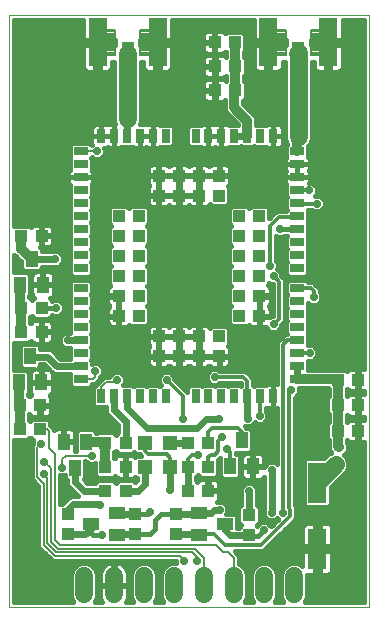
<source format=gtl>
G75*
%MOIN*%
%OFA0B0*%
%FSLAX25Y25*%
%IPPOS*%
%LPD*%
%AMOC8*
5,1,8,0,0,1.08239X$1,22.5*
%
%ADD10C,0.00000*%
%ADD11R,0.04331X0.03937*%
%ADD12R,0.06299X0.13780*%
%ADD13R,0.04724X0.04724*%
%ADD14R,0.05512X0.03937*%
%ADD15R,0.03937X0.04331*%
%ADD16R,0.03937X0.05512*%
%ADD17R,0.04528X0.02756*%
%ADD18R,0.02756X0.04528*%
%ADD19R,0.03937X0.03937*%
%ADD20R,0.06000X0.16000*%
%ADD21R,0.04000X0.08000*%
%ADD22C,0.00800*%
%ADD23C,0.06000*%
%ADD24C,0.01600*%
%ADD25OC8,0.02381*%
%ADD26C,0.03200*%
%ADD27C,0.02400*%
%ADD28C,0.00600*%
%ADD29C,0.01200*%
%ADD30C,0.05600*%
%ADD31C,0.06063*%
D10*
X0026800Y0048050D02*
X0026800Y0245501D01*
X0146800Y0245501D01*
X0146800Y0048050D01*
X0026800Y0048050D01*
D11*
X0046300Y0072454D03*
X0046300Y0079146D03*
X0068800Y0079146D03*
X0068800Y0072454D03*
X0082300Y0072454D03*
X0082300Y0079146D03*
X0106800Y0078646D03*
X0106800Y0071954D03*
X0136454Y0106800D03*
X0143146Y0106800D03*
X0143146Y0115300D03*
X0136454Y0115300D03*
X0136454Y0123800D03*
X0143146Y0123800D03*
X0102146Y0220300D03*
X0102146Y0228300D03*
X0102046Y0236300D03*
X0095354Y0236300D03*
X0095454Y0228300D03*
X0095454Y0220300D03*
X0037646Y0171800D03*
X0030954Y0171800D03*
D12*
X0129550Y0089574D03*
X0129550Y0067526D03*
D13*
X0080434Y0094800D03*
X0080434Y0102800D03*
X0072166Y0102800D03*
X0072166Y0094800D03*
D14*
X0062631Y0079540D03*
X0062631Y0072060D03*
X0053969Y0075800D03*
X0089969Y0072060D03*
X0089969Y0079540D03*
X0098631Y0075800D03*
D15*
X0093146Y0086800D03*
X0086454Y0086800D03*
X0086454Y0094800D03*
X0093146Y0094800D03*
X0093146Y0102800D03*
X0086454Y0102800D03*
X0065646Y0102800D03*
X0058954Y0102800D03*
X0058954Y0094800D03*
X0065646Y0094800D03*
X0065646Y0086800D03*
X0058954Y0086800D03*
X0037146Y0107300D03*
X0030454Y0107300D03*
X0030454Y0115300D03*
X0037146Y0115300D03*
X0037646Y0139800D03*
X0030954Y0139800D03*
X0030954Y0147800D03*
X0037646Y0147800D03*
D16*
X0038040Y0155469D03*
X0030560Y0155469D03*
X0034300Y0164131D03*
X0033800Y0131631D03*
X0030060Y0122969D03*
X0037540Y0122969D03*
X0045060Y0103131D03*
X0052540Y0103131D03*
X0048800Y0094469D03*
X0100560Y0094969D03*
X0104300Y0103631D03*
X0108040Y0094969D03*
D17*
X0122922Y0124005D03*
X0122922Y0128335D03*
X0122922Y0132666D03*
X0122922Y0136997D03*
X0122922Y0141328D03*
X0122922Y0145658D03*
X0122922Y0149989D03*
X0122922Y0154320D03*
X0122922Y0161013D03*
X0122922Y0165343D03*
X0122922Y0169674D03*
X0122922Y0174005D03*
X0122922Y0178335D03*
X0122922Y0182666D03*
X0122922Y0186997D03*
X0122922Y0191328D03*
X0122922Y0195658D03*
X0122922Y0199989D03*
X0050678Y0199989D03*
X0050678Y0195658D03*
X0050678Y0191328D03*
X0050678Y0186997D03*
X0050678Y0182666D03*
X0050678Y0178335D03*
X0050678Y0174005D03*
X0050678Y0169674D03*
X0050678Y0165343D03*
X0050678Y0161013D03*
X0050678Y0154320D03*
X0050678Y0149989D03*
X0050678Y0145658D03*
X0050678Y0141328D03*
X0050678Y0136997D03*
X0050678Y0132666D03*
X0050678Y0128335D03*
X0050678Y0124005D03*
D18*
X0057469Y0118394D03*
X0061800Y0118394D03*
X0066131Y0118394D03*
X0070461Y0118394D03*
X0074792Y0118394D03*
X0079123Y0118394D03*
X0088965Y0118394D03*
X0093296Y0118394D03*
X0097627Y0118394D03*
X0101957Y0118394D03*
X0106288Y0118394D03*
X0110619Y0118394D03*
X0114950Y0118394D03*
X0114950Y0205206D03*
X0110619Y0205206D03*
X0106288Y0205206D03*
X0101957Y0205206D03*
X0097627Y0205206D03*
X0093296Y0205206D03*
X0088965Y0205206D03*
X0079123Y0205206D03*
X0074792Y0205206D03*
X0070461Y0205206D03*
X0066131Y0205206D03*
X0061800Y0205206D03*
X0057469Y0205206D03*
D19*
X0076761Y0191918D03*
X0076761Y0185225D03*
X0070068Y0178532D03*
X0070068Y0171839D03*
X0070068Y0165146D03*
X0070068Y0158454D03*
X0063375Y0158454D03*
X0063375Y0165146D03*
X0063375Y0171839D03*
X0063375Y0178532D03*
X0083454Y0185225D03*
X0090146Y0185225D03*
X0090146Y0191918D03*
X0083454Y0191918D03*
X0096839Y0191918D03*
X0096839Y0185225D03*
X0103532Y0178532D03*
X0103532Y0171839D03*
X0103532Y0165146D03*
X0103532Y0158454D03*
X0110225Y0158454D03*
X0110225Y0165146D03*
X0110225Y0171839D03*
X0110225Y0178532D03*
X0110225Y0151761D03*
X0103532Y0151761D03*
X0103532Y0145068D03*
X0110225Y0145068D03*
X0096839Y0138375D03*
X0090146Y0138375D03*
X0083454Y0138375D03*
X0083454Y0131682D03*
X0090146Y0131682D03*
X0096839Y0131682D03*
X0076761Y0131682D03*
X0076761Y0138375D03*
X0070068Y0145068D03*
X0070068Y0151761D03*
X0063375Y0151761D03*
X0063375Y0145068D03*
D20*
X0056300Y0236300D03*
X0076300Y0236300D03*
X0113200Y0236300D03*
X0133200Y0236300D03*
D21*
X0123200Y0232300D03*
X0066300Y0232300D03*
D22*
X0062106Y0232100D02*
X0062106Y0240300D01*
X0053800Y0240300D01*
X0053800Y0232100D01*
X0062106Y0232100D01*
X0062106Y0232853D02*
X0053800Y0232853D01*
X0053800Y0233652D02*
X0062106Y0233652D01*
X0062106Y0234450D02*
X0053800Y0234450D01*
X0053800Y0235249D02*
X0062106Y0235249D01*
X0062106Y0236047D02*
X0053800Y0236047D01*
X0053800Y0236846D02*
X0062106Y0236846D01*
X0062106Y0237644D02*
X0053800Y0237644D01*
X0053800Y0238443D02*
X0062106Y0238443D01*
X0062106Y0239241D02*
X0053800Y0239241D01*
X0053800Y0240040D02*
X0062106Y0240040D01*
X0070494Y0240040D02*
X0078800Y0240040D01*
X0078800Y0240300D02*
X0078800Y0232100D01*
X0070494Y0232100D01*
X0070494Y0240300D01*
X0078800Y0240300D01*
X0078800Y0239241D02*
X0070494Y0239241D01*
X0070494Y0238443D02*
X0078800Y0238443D01*
X0078800Y0237644D02*
X0070494Y0237644D01*
X0070494Y0236846D02*
X0078800Y0236846D01*
X0078800Y0236047D02*
X0070494Y0236047D01*
X0070494Y0235249D02*
X0078800Y0235249D01*
X0078800Y0234450D02*
X0070494Y0234450D01*
X0070494Y0233652D02*
X0078800Y0233652D01*
X0078800Y0232853D02*
X0070494Y0232853D01*
X0110700Y0232853D02*
X0119006Y0232853D01*
X0119006Y0232100D02*
X0119006Y0240300D01*
X0110700Y0240300D01*
X0110700Y0232100D01*
X0119006Y0232100D01*
X0119006Y0233652D02*
X0110700Y0233652D01*
X0110700Y0234450D02*
X0119006Y0234450D01*
X0119006Y0235249D02*
X0110700Y0235249D01*
X0110700Y0236047D02*
X0119006Y0236047D01*
X0119006Y0236846D02*
X0110700Y0236846D01*
X0110700Y0237644D02*
X0119006Y0237644D01*
X0119006Y0238443D02*
X0110700Y0238443D01*
X0110700Y0239241D02*
X0119006Y0239241D01*
X0119006Y0240040D02*
X0110700Y0240040D01*
X0127394Y0240040D02*
X0135700Y0240040D01*
X0135700Y0240300D02*
X0135700Y0232100D01*
X0127394Y0232100D01*
X0127394Y0240300D01*
X0135700Y0240300D01*
X0135700Y0239241D02*
X0127394Y0239241D01*
X0127394Y0238443D02*
X0135700Y0238443D01*
X0135700Y0237644D02*
X0127394Y0237644D01*
X0127394Y0236846D02*
X0135700Y0236846D01*
X0135700Y0236047D02*
X0127394Y0236047D01*
X0127394Y0235249D02*
X0135700Y0235249D01*
X0135700Y0234450D02*
X0127394Y0234450D01*
X0127394Y0233652D02*
X0135700Y0233652D01*
X0135700Y0232853D02*
X0127394Y0232853D01*
D23*
X0121800Y0058300D02*
X0121800Y0052300D01*
X0111800Y0052300D02*
X0111800Y0058300D01*
X0101800Y0058300D02*
X0101800Y0052300D01*
X0091800Y0052300D02*
X0091800Y0058300D01*
X0081800Y0058300D02*
X0081800Y0052300D01*
X0071800Y0052300D02*
X0071800Y0058300D01*
X0061800Y0058300D02*
X0061800Y0052300D01*
X0051800Y0052300D02*
X0051800Y0058300D01*
D24*
X0047400Y0057990D02*
X0028600Y0057990D01*
X0028600Y0059588D02*
X0047571Y0059588D01*
X0047400Y0059175D02*
X0047400Y0051425D01*
X0048052Y0049850D01*
X0028600Y0049850D01*
X0028600Y0103735D01*
X0033002Y0103735D01*
X0033800Y0104533D01*
X0034598Y0103735D01*
X0034821Y0103735D01*
X0034709Y0103623D01*
X0034709Y0102364D01*
X0034350Y0102004D01*
X0034350Y0100596D01*
X0034350Y0090596D01*
X0035346Y0089600D01*
X0036600Y0088346D01*
X0036600Y0068096D01*
X0037596Y0067100D01*
X0041346Y0063350D01*
X0082459Y0063350D01*
X0082459Y0062700D01*
X0080925Y0062700D01*
X0079308Y0062030D01*
X0078070Y0060792D01*
X0077400Y0059175D01*
X0077400Y0051425D01*
X0078052Y0049850D01*
X0075548Y0049850D01*
X0076200Y0051425D01*
X0076200Y0059175D01*
X0075530Y0060792D01*
X0074292Y0062030D01*
X0072675Y0062700D01*
X0070925Y0062700D01*
X0069308Y0062030D01*
X0068070Y0060792D01*
X0067400Y0059175D01*
X0067400Y0051425D01*
X0068052Y0049850D01*
X0065939Y0049850D01*
X0066248Y0050457D01*
X0066482Y0051176D01*
X0066600Y0051922D01*
X0066600Y0055100D01*
X0062000Y0055100D01*
X0062000Y0055500D01*
X0061600Y0055500D01*
X0061600Y0063100D01*
X0061422Y0063100D01*
X0060676Y0062982D01*
X0059957Y0062748D01*
X0059284Y0062405D01*
X0058673Y0061961D01*
X0058139Y0061427D01*
X0057695Y0060816D01*
X0057352Y0060143D01*
X0057118Y0059424D01*
X0057000Y0058678D01*
X0057000Y0055500D01*
X0061600Y0055500D01*
X0061600Y0055100D01*
X0057000Y0055100D01*
X0057000Y0051922D01*
X0057118Y0051176D01*
X0057352Y0050457D01*
X0057661Y0049850D01*
X0055548Y0049850D01*
X0056200Y0051425D01*
X0056200Y0059175D01*
X0055530Y0060792D01*
X0054292Y0062030D01*
X0052675Y0062700D01*
X0050925Y0062700D01*
X0049308Y0062030D01*
X0048070Y0060792D01*
X0047400Y0059175D01*
X0048464Y0061187D02*
X0028600Y0061187D01*
X0028600Y0062785D02*
X0060071Y0062785D01*
X0061600Y0062785D02*
X0062000Y0062785D01*
X0062000Y0063100D02*
X0062000Y0055500D01*
X0066600Y0055500D01*
X0066600Y0058678D01*
X0066482Y0059424D01*
X0066248Y0060143D01*
X0065905Y0060816D01*
X0065461Y0061427D01*
X0064927Y0061961D01*
X0064316Y0062405D01*
X0063643Y0062748D01*
X0062924Y0062982D01*
X0062178Y0063100D01*
X0062000Y0063100D01*
X0063529Y0062785D02*
X0082459Y0062785D01*
X0078464Y0061187D02*
X0075136Y0061187D01*
X0076029Y0059588D02*
X0077571Y0059588D01*
X0077400Y0057990D02*
X0076200Y0057990D01*
X0076200Y0056391D02*
X0077400Y0056391D01*
X0077400Y0054793D02*
X0076200Y0054793D01*
X0076200Y0053194D02*
X0077400Y0053194D01*
X0077400Y0051596D02*
X0076200Y0051596D01*
X0075609Y0049997D02*
X0077991Y0049997D01*
X0067991Y0049997D02*
X0066014Y0049997D01*
X0066548Y0051596D02*
X0067400Y0051596D01*
X0067400Y0053194D02*
X0066600Y0053194D01*
X0066600Y0054793D02*
X0067400Y0054793D01*
X0067400Y0056391D02*
X0066600Y0056391D01*
X0066600Y0057990D02*
X0067400Y0057990D01*
X0067571Y0059588D02*
X0066428Y0059588D01*
X0065636Y0061187D02*
X0068464Y0061187D01*
X0062000Y0061187D02*
X0061600Y0061187D01*
X0061600Y0059588D02*
X0062000Y0059588D01*
X0062000Y0057990D02*
X0061600Y0057990D01*
X0061600Y0056391D02*
X0062000Y0056391D01*
X0057000Y0056391D02*
X0056200Y0056391D01*
X0056200Y0054793D02*
X0057000Y0054793D01*
X0057000Y0053194D02*
X0056200Y0053194D01*
X0056200Y0051596D02*
X0057052Y0051596D01*
X0057586Y0049997D02*
X0055609Y0049997D01*
X0047991Y0049997D02*
X0028600Y0049997D01*
X0028600Y0051596D02*
X0047400Y0051596D01*
X0047400Y0053194D02*
X0028600Y0053194D01*
X0028600Y0054793D02*
X0047400Y0054793D01*
X0047400Y0056391D02*
X0028600Y0056391D01*
X0028600Y0064384D02*
X0040312Y0064384D01*
X0038714Y0065982D02*
X0028600Y0065982D01*
X0028600Y0067581D02*
X0037115Y0067581D01*
X0036600Y0069179D02*
X0028600Y0069179D01*
X0028600Y0070778D02*
X0036600Y0070778D01*
X0036600Y0072376D02*
X0028600Y0072376D01*
X0028600Y0073975D02*
X0036600Y0073975D01*
X0036600Y0075573D02*
X0028600Y0075573D01*
X0028600Y0077172D02*
X0036600Y0077172D01*
X0036600Y0078770D02*
X0028600Y0078770D01*
X0028600Y0080369D02*
X0036600Y0080369D01*
X0036600Y0081967D02*
X0028600Y0081967D01*
X0028600Y0083566D02*
X0036600Y0083566D01*
X0036600Y0085164D02*
X0028600Y0085164D01*
X0028600Y0086763D02*
X0036600Y0086763D01*
X0036585Y0088361D02*
X0028600Y0088361D01*
X0028600Y0089960D02*
X0034986Y0089960D01*
X0034350Y0091558D02*
X0028600Y0091558D01*
X0028600Y0093157D02*
X0034350Y0093157D01*
X0034350Y0094755D02*
X0028600Y0094755D01*
X0028600Y0096354D02*
X0034350Y0096354D01*
X0034350Y0097952D02*
X0028600Y0097952D01*
X0028600Y0099551D02*
X0034350Y0099551D01*
X0034350Y0101149D02*
X0028600Y0101149D01*
X0028600Y0102748D02*
X0034709Y0102748D01*
X0033986Y0104346D02*
X0033614Y0104346D01*
X0033800Y0110067D02*
X0033454Y0110414D01*
X0033454Y0112186D01*
X0033576Y0112309D01*
X0033738Y0112029D01*
X0034073Y0111694D01*
X0034483Y0111457D01*
X0034941Y0111335D01*
X0036962Y0111335D01*
X0036962Y0115116D01*
X0037331Y0115116D01*
X0037331Y0115484D01*
X0040915Y0115484D01*
X0040915Y0117702D01*
X0040792Y0118160D01*
X0040555Y0118571D01*
X0040448Y0118677D01*
X0040614Y0118773D01*
X0040949Y0119108D01*
X0041186Y0119519D01*
X0041309Y0119976D01*
X0041309Y0122785D01*
X0037724Y0122785D01*
X0037724Y0123154D01*
X0037356Y0123154D01*
X0037356Y0127525D01*
X0036399Y0127525D01*
X0037168Y0128295D01*
X0037168Y0129000D01*
X0038523Y0129000D01*
X0040090Y0127433D01*
X0039746Y0127525D01*
X0037724Y0127525D01*
X0037724Y0123154D01*
X0041309Y0123154D01*
X0041309Y0125962D01*
X0041216Y0126307D01*
X0041392Y0126131D01*
X0042347Y0125735D01*
X0047014Y0125735D01*
X0047014Y0122047D01*
X0047834Y0121227D01*
X0053522Y0121227D01*
X0054342Y0122047D01*
X0054342Y0122305D01*
X0055459Y0122305D01*
X0056254Y0123100D01*
X0057250Y0124096D01*
X0057250Y0124836D01*
X0058141Y0125727D01*
X0058141Y0127873D01*
X0056623Y0129391D01*
X0054477Y0129391D01*
X0054342Y0129255D01*
X0054342Y0130293D01*
X0054134Y0130501D01*
X0054342Y0130708D01*
X0054342Y0134624D01*
X0054134Y0134831D01*
X0054342Y0135039D01*
X0054342Y0138955D01*
X0054134Y0139162D01*
X0054342Y0139370D01*
X0054342Y0143285D01*
X0054134Y0143493D01*
X0054342Y0143700D01*
X0054342Y0147616D01*
X0054134Y0147824D01*
X0054342Y0148031D01*
X0054342Y0151947D01*
X0054134Y0152154D01*
X0054342Y0152362D01*
X0054342Y0156278D01*
X0053522Y0157098D01*
X0047834Y0157098D01*
X0047014Y0156278D01*
X0047014Y0152362D01*
X0047222Y0152154D01*
X0047014Y0151947D01*
X0047014Y0148031D01*
X0047222Y0147824D01*
X0047014Y0147616D01*
X0047014Y0143700D01*
X0047222Y0143493D01*
X0047014Y0143285D01*
X0047014Y0139600D01*
X0045783Y0139600D01*
X0045760Y0139591D01*
X0045227Y0139591D01*
X0044850Y0139214D01*
X0044827Y0139204D01*
X0044096Y0138473D01*
X0044086Y0138450D01*
X0043709Y0138073D01*
X0043709Y0137540D01*
X0043700Y0137517D01*
X0043700Y0136483D01*
X0043709Y0136460D01*
X0043709Y0135927D01*
X0044086Y0135550D01*
X0044096Y0135527D01*
X0044827Y0134796D01*
X0044850Y0134786D01*
X0045227Y0134409D01*
X0045760Y0134409D01*
X0045783Y0134400D01*
X0047014Y0134400D01*
X0047014Y0130935D01*
X0043942Y0130935D01*
X0041804Y0133073D01*
X0041073Y0133804D01*
X0040117Y0134200D01*
X0037168Y0134200D01*
X0037168Y0134967D01*
X0036348Y0135787D01*
X0031252Y0135787D01*
X0030431Y0134967D01*
X0030431Y0128295D01*
X0031252Y0127475D01*
X0035147Y0127475D01*
X0034877Y0127403D01*
X0034466Y0127166D01*
X0034131Y0126830D01*
X0033894Y0126420D01*
X0033772Y0125962D01*
X0033772Y0123154D01*
X0037356Y0123154D01*
X0037356Y0122785D01*
X0033772Y0122785D01*
X0033772Y0119976D01*
X0033894Y0119519D01*
X0034131Y0119108D01*
X0034238Y0119001D01*
X0034073Y0118906D01*
X0033738Y0118571D01*
X0033576Y0118291D01*
X0033060Y0118807D01*
X0033060Y0119265D01*
X0033428Y0119633D01*
X0033428Y0126305D01*
X0032608Y0127125D01*
X0028600Y0127125D01*
X0028600Y0136235D01*
X0033502Y0136235D01*
X0034076Y0136809D01*
X0034238Y0136529D01*
X0034573Y0136194D01*
X0034983Y0135957D01*
X0035441Y0135835D01*
X0037462Y0135835D01*
X0037462Y0139616D01*
X0037831Y0139616D01*
X0037831Y0139984D01*
X0041415Y0139984D01*
X0041415Y0142202D01*
X0041292Y0142660D01*
X0041055Y0143071D01*
X0040720Y0143406D01*
X0040310Y0143643D01*
X0039852Y0143765D01*
X0037831Y0143765D01*
X0037831Y0139984D01*
X0037462Y0139984D01*
X0037462Y0143765D01*
X0035441Y0143765D01*
X0034983Y0143643D01*
X0034573Y0143406D01*
X0034238Y0143071D01*
X0034076Y0142791D01*
X0033954Y0142914D01*
X0033954Y0144686D01*
X0034300Y0145033D01*
X0035098Y0144235D01*
X0040195Y0144235D01*
X0041015Y0145055D01*
X0041015Y0145600D01*
X0041036Y0145600D01*
X0041427Y0145209D01*
X0043573Y0145209D01*
X0045091Y0146727D01*
X0045091Y0148873D01*
X0043573Y0150391D01*
X0041427Y0150391D01*
X0041036Y0150000D01*
X0041015Y0150000D01*
X0041015Y0150545D01*
X0040562Y0150998D01*
X0040703Y0151036D01*
X0041114Y0151273D01*
X0041449Y0151608D01*
X0041686Y0152019D01*
X0041809Y0152476D01*
X0041809Y0155285D01*
X0038224Y0155285D01*
X0038224Y0155654D01*
X0037856Y0155654D01*
X0037856Y0160025D01*
X0036899Y0160025D01*
X0037668Y0160795D01*
X0037668Y0161531D01*
X0041106Y0161531D01*
X0041127Y0161509D01*
X0041660Y0161509D01*
X0041683Y0161500D01*
X0042717Y0161500D01*
X0042740Y0161509D01*
X0043273Y0161509D01*
X0043650Y0161886D01*
X0043673Y0161896D01*
X0044404Y0162627D01*
X0044414Y0162650D01*
X0044791Y0163027D01*
X0044791Y0163560D01*
X0044800Y0163583D01*
X0044800Y0164617D01*
X0044791Y0164640D01*
X0044791Y0165173D01*
X0044414Y0165550D01*
X0044404Y0165573D01*
X0043642Y0166335D01*
X0043619Y0166344D01*
X0043273Y0166691D01*
X0042783Y0166691D01*
X0042686Y0166731D01*
X0037668Y0166731D01*
X0037668Y0167467D01*
X0037104Y0168031D01*
X0037462Y0168031D01*
X0037462Y0171616D01*
X0037831Y0171616D01*
X0037831Y0171984D01*
X0041612Y0171984D01*
X0041612Y0174005D01*
X0041489Y0174463D01*
X0041252Y0174874D01*
X0040917Y0175209D01*
X0040507Y0175446D01*
X0040049Y0175568D01*
X0037831Y0175568D01*
X0037831Y0171984D01*
X0037462Y0171984D01*
X0037462Y0175568D01*
X0035244Y0175568D01*
X0034786Y0175446D01*
X0034376Y0175209D01*
X0034041Y0174874D01*
X0034023Y0174844D01*
X0033699Y0175168D01*
X0028600Y0175168D01*
X0028600Y0243701D01*
X0051500Y0243701D01*
X0051500Y0237000D01*
X0055600Y0237000D01*
X0055600Y0235600D01*
X0057000Y0235600D01*
X0062100Y0235600D01*
X0062100Y0237000D01*
X0057000Y0237000D01*
X0057000Y0235600D01*
X0057000Y0226500D01*
X0059537Y0226500D01*
X0059995Y0226623D01*
X0060405Y0226860D01*
X0060740Y0227195D01*
X0060977Y0227605D01*
X0061100Y0228063D01*
X0061100Y0229900D01*
X0061869Y0229900D01*
X0061869Y0209919D01*
X0062137Y0209269D01*
X0061800Y0209269D01*
X0060185Y0209269D01*
X0059727Y0209147D01*
X0059635Y0209093D01*
X0059542Y0209147D01*
X0059084Y0209269D01*
X0057469Y0209269D01*
X0055854Y0209269D01*
X0055397Y0209147D01*
X0054986Y0208910D01*
X0054651Y0208575D01*
X0054414Y0208164D01*
X0054291Y0207706D01*
X0054291Y0205206D01*
X0057469Y0205206D01*
X0057469Y0209269D01*
X0057469Y0205206D01*
X0057469Y0205206D01*
X0057469Y0205205D01*
X0054291Y0205205D01*
X0054291Y0202705D01*
X0054414Y0202247D01*
X0054476Y0202140D01*
X0054312Y0201976D01*
X0053522Y0202767D01*
X0047834Y0202767D01*
X0047014Y0201947D01*
X0047014Y0198031D01*
X0047222Y0197824D01*
X0047014Y0197616D01*
X0047014Y0193851D01*
X0046974Y0193811D01*
X0046737Y0193400D01*
X0046614Y0192942D01*
X0046614Y0191328D01*
X0050678Y0191328D01*
X0054742Y0191328D01*
X0054742Y0192942D01*
X0054619Y0193400D01*
X0054382Y0193811D01*
X0054342Y0193851D01*
X0054342Y0197616D01*
X0054134Y0197824D01*
X0054342Y0198031D01*
X0054342Y0198095D01*
X0054977Y0197459D01*
X0057123Y0197459D01*
X0058641Y0198977D01*
X0058641Y0201123D01*
X0058622Y0201142D01*
X0059084Y0201142D01*
X0059542Y0201264D01*
X0059635Y0201318D01*
X0059727Y0201264D01*
X0060185Y0201142D01*
X0061800Y0201142D01*
X0063415Y0201142D01*
X0063873Y0201264D01*
X0064283Y0201501D01*
X0064324Y0201542D01*
X0067938Y0201542D01*
X0067978Y0201501D01*
X0068389Y0201264D01*
X0068846Y0201142D01*
X0070461Y0201142D01*
X0070461Y0205205D01*
X0070461Y0205205D01*
X0070461Y0201142D01*
X0072076Y0201142D01*
X0072534Y0201264D01*
X0072627Y0201318D01*
X0072719Y0201264D01*
X0073177Y0201142D01*
X0074792Y0201142D01*
X0074792Y0205205D01*
X0074792Y0205205D01*
X0074792Y0201142D01*
X0076407Y0201142D01*
X0076865Y0201264D01*
X0077275Y0201501D01*
X0077316Y0201542D01*
X0081081Y0201542D01*
X0081901Y0202362D01*
X0081901Y0208049D01*
X0081081Y0208869D01*
X0077316Y0208869D01*
X0077275Y0208910D01*
X0076865Y0209147D01*
X0076407Y0209269D01*
X0074792Y0209269D01*
X0073177Y0209269D01*
X0072719Y0209147D01*
X0072627Y0209093D01*
X0072534Y0209147D01*
X0072076Y0209269D01*
X0070463Y0209269D01*
X0070731Y0209919D01*
X0070731Y0229900D01*
X0071500Y0229900D01*
X0071500Y0228063D01*
X0071623Y0227605D01*
X0071860Y0227195D01*
X0072195Y0226860D01*
X0072605Y0226623D01*
X0073063Y0226500D01*
X0075600Y0226500D01*
X0075600Y0235600D01*
X0070500Y0235600D01*
X0070500Y0237000D01*
X0075600Y0237000D01*
X0075600Y0235600D01*
X0077000Y0235600D01*
X0077000Y0237000D01*
X0081100Y0237000D01*
X0081100Y0243701D01*
X0108400Y0243701D01*
X0108400Y0237000D01*
X0112500Y0237000D01*
X0112500Y0235600D01*
X0113900Y0235600D01*
X0119000Y0235600D01*
X0119000Y0237000D01*
X0113900Y0237000D01*
X0113900Y0235600D01*
X0113900Y0226500D01*
X0116437Y0226500D01*
X0116895Y0226623D01*
X0117305Y0226860D01*
X0117640Y0227195D01*
X0117877Y0227605D01*
X0118000Y0228063D01*
X0118000Y0229900D01*
X0118869Y0229900D01*
X0118869Y0203919D01*
X0119543Y0202290D01*
X0119572Y0202261D01*
X0119258Y0201947D01*
X0119258Y0198182D01*
X0119218Y0198141D01*
X0118981Y0197731D01*
X0118858Y0197273D01*
X0118858Y0195658D01*
X0118858Y0194043D01*
X0118981Y0193586D01*
X0119034Y0193493D01*
X0118981Y0193400D01*
X0118858Y0192942D01*
X0118858Y0191328D01*
X0122922Y0191328D01*
X0122922Y0194505D01*
X0122922Y0195658D01*
X0122922Y0195658D01*
X0122922Y0191328D01*
X0122922Y0191328D01*
X0122922Y0191327D01*
X0118858Y0191327D01*
X0118858Y0189713D01*
X0118981Y0189255D01*
X0119218Y0188844D01*
X0119258Y0188804D01*
X0119258Y0185039D01*
X0119466Y0184831D01*
X0119258Y0184624D01*
X0119258Y0180708D01*
X0119466Y0180501D01*
X0119258Y0180293D01*
X0119258Y0180200D01*
X0115972Y0180200D01*
X0114800Y0179028D01*
X0113594Y0177822D01*
X0113594Y0181081D01*
X0112774Y0181901D01*
X0107677Y0181901D01*
X0106879Y0181103D01*
X0106081Y0181901D01*
X0100984Y0181901D01*
X0100164Y0181081D01*
X0100164Y0175984D01*
X0100962Y0175186D01*
X0100164Y0174388D01*
X0100164Y0169291D01*
X0100962Y0168493D01*
X0100164Y0167695D01*
X0100164Y0162598D01*
X0100962Y0161800D01*
X0100164Y0161002D01*
X0100164Y0155905D01*
X0100962Y0155107D01*
X0100164Y0154309D01*
X0100164Y0149212D01*
X0100962Y0148414D01*
X0100164Y0147616D01*
X0100164Y0142519D01*
X0100984Y0141699D01*
X0106081Y0141699D01*
X0106655Y0142273D01*
X0106816Y0141994D01*
X0107151Y0141659D01*
X0107562Y0141422D01*
X0108020Y0141299D01*
X0110041Y0141299D01*
X0110041Y0144883D01*
X0110409Y0144883D01*
X0110409Y0141299D01*
X0112431Y0141299D01*
X0112436Y0141301D01*
X0113927Y0139809D01*
X0116073Y0139809D01*
X0117591Y0141327D01*
X0117591Y0142062D01*
X0117628Y0142100D01*
X0118800Y0143272D01*
X0118800Y0157328D01*
X0117591Y0158538D01*
X0117591Y0159373D01*
X0116264Y0160700D01*
X0116391Y0160827D01*
X0116391Y0162973D01*
X0115800Y0163564D01*
X0115800Y0171736D01*
X0116127Y0171409D01*
X0118273Y0171409D01*
X0118664Y0171800D01*
X0119426Y0171800D01*
X0119258Y0171632D01*
X0119258Y0167716D01*
X0119466Y0167509D01*
X0119258Y0167301D01*
X0119258Y0163385D01*
X0119466Y0163178D01*
X0119258Y0162970D01*
X0119258Y0159055D01*
X0120078Y0158235D01*
X0125766Y0158235D01*
X0126586Y0159055D01*
X0126586Y0162970D01*
X0126378Y0163178D01*
X0126586Y0163385D01*
X0126586Y0167301D01*
X0126378Y0167509D01*
X0126586Y0167716D01*
X0126586Y0171632D01*
X0126378Y0171839D01*
X0126586Y0172047D01*
X0126586Y0175963D01*
X0126378Y0176170D01*
X0126586Y0176378D01*
X0126586Y0180293D01*
X0126378Y0180501D01*
X0126478Y0180600D01*
X0127736Y0180600D01*
X0128327Y0180009D01*
X0130473Y0180009D01*
X0131991Y0181527D01*
X0131991Y0183673D01*
X0130473Y0185191D01*
X0128654Y0185191D01*
X0129391Y0185927D01*
X0129391Y0188073D01*
X0127873Y0189591D01*
X0126953Y0189591D01*
X0126986Y0189713D01*
X0126986Y0191327D01*
X0122922Y0191327D01*
X0122922Y0191328D01*
X0126986Y0191328D01*
X0126986Y0192942D01*
X0126863Y0193400D01*
X0126810Y0193493D01*
X0126863Y0193586D01*
X0126986Y0194043D01*
X0126986Y0195658D01*
X0122922Y0195658D01*
X0118858Y0195658D01*
X0122922Y0195658D01*
X0122922Y0195658D01*
X0122922Y0195658D01*
X0126986Y0195658D01*
X0126986Y0197273D01*
X0126863Y0197731D01*
X0126626Y0198141D01*
X0126586Y0198182D01*
X0126586Y0201819D01*
X0127057Y0202290D01*
X0127731Y0203919D01*
X0127731Y0229900D01*
X0128400Y0229900D01*
X0128400Y0228063D01*
X0128523Y0227605D01*
X0128760Y0227195D01*
X0129095Y0226860D01*
X0129505Y0226623D01*
X0129963Y0226500D01*
X0132500Y0226500D01*
X0132500Y0235600D01*
X0133900Y0235600D01*
X0133900Y0237000D01*
X0138000Y0237000D01*
X0138000Y0243701D01*
X0145000Y0243701D01*
X0145000Y0127568D01*
X0143331Y0127568D01*
X0143331Y0123984D01*
X0142962Y0123984D01*
X0142962Y0127568D01*
X0140744Y0127568D01*
X0140286Y0127446D01*
X0139876Y0127209D01*
X0139541Y0126874D01*
X0139523Y0126844D01*
X0139199Y0127168D01*
X0133708Y0127168D01*
X0133545Y0127005D01*
X0126586Y0127005D01*
X0126586Y0130109D01*
X0128073Y0130109D01*
X0129591Y0131627D01*
X0129591Y0133773D01*
X0128073Y0135291D01*
X0126586Y0135291D01*
X0126586Y0138955D01*
X0126378Y0139162D01*
X0126586Y0139370D01*
X0126586Y0143285D01*
X0126378Y0143493D01*
X0126586Y0143700D01*
X0126586Y0147616D01*
X0126378Y0147824D01*
X0126586Y0148031D01*
X0126586Y0149351D01*
X0127227Y0148709D01*
X0129373Y0148709D01*
X0130891Y0150227D01*
X0130891Y0152373D01*
X0130300Y0152964D01*
X0130300Y0154128D01*
X0129300Y0155128D01*
X0128128Y0156300D01*
X0126563Y0156300D01*
X0125766Y0157098D01*
X0120078Y0157098D01*
X0119258Y0156278D01*
X0119258Y0152362D01*
X0119466Y0152154D01*
X0119258Y0151947D01*
X0119258Y0148031D01*
X0119466Y0147824D01*
X0119258Y0147616D01*
X0119258Y0143700D01*
X0119466Y0143493D01*
X0119258Y0143285D01*
X0119258Y0139370D01*
X0119466Y0139162D01*
X0119304Y0139000D01*
X0118772Y0139000D01*
X0116100Y0136328D01*
X0116100Y0122458D01*
X0114950Y0122458D01*
X0114950Y0118395D01*
X0114950Y0118395D01*
X0114950Y0122458D01*
X0113335Y0122458D01*
X0112877Y0122336D01*
X0112466Y0122099D01*
X0112426Y0122058D01*
X0108661Y0122058D01*
X0108454Y0121851D01*
X0108288Y0122016D01*
X0108288Y0124140D01*
X0106800Y0125628D01*
X0105628Y0126800D01*
X0096964Y0126800D01*
X0096373Y0127391D01*
X0094227Y0127391D01*
X0092709Y0125873D01*
X0092709Y0123727D01*
X0094227Y0122209D01*
X0096373Y0122209D01*
X0096964Y0122800D01*
X0103972Y0122800D01*
X0104288Y0122483D01*
X0104288Y0122016D01*
X0104123Y0121851D01*
X0103915Y0122058D01*
X0100000Y0122058D01*
X0099792Y0121851D01*
X0099585Y0122058D01*
X0095669Y0122058D01*
X0095461Y0121851D01*
X0095254Y0122058D01*
X0091338Y0122058D01*
X0091131Y0121851D01*
X0090923Y0122058D01*
X0087007Y0122058D01*
X0086187Y0121238D01*
X0086187Y0119741D01*
X0081891Y0124038D01*
X0081891Y0124873D01*
X0080373Y0126391D01*
X0078227Y0126391D01*
X0076709Y0124873D01*
X0076709Y0122727D01*
X0077378Y0122058D01*
X0077165Y0122058D01*
X0076957Y0121851D01*
X0076750Y0122058D01*
X0072834Y0122058D01*
X0072627Y0121851D01*
X0072419Y0122058D01*
X0068504Y0122058D01*
X0068296Y0121851D01*
X0068089Y0122058D01*
X0064722Y0122058D01*
X0065391Y0122727D01*
X0065391Y0124873D01*
X0063873Y0126391D01*
X0061727Y0126391D01*
X0060209Y0124873D01*
X0060209Y0124750D01*
X0058346Y0124750D01*
X0057350Y0123754D01*
X0055769Y0122173D01*
X0055769Y0122058D01*
X0055511Y0122058D01*
X0054691Y0121238D01*
X0054691Y0115551D01*
X0055511Y0114731D01*
X0059200Y0114731D01*
X0059200Y0113283D01*
X0059596Y0112327D01*
X0063046Y0108877D01*
X0063046Y0106314D01*
X0062300Y0105567D01*
X0061502Y0106365D01*
X0056405Y0106365D01*
X0056170Y0106131D01*
X0055909Y0106131D01*
X0055909Y0106467D01*
X0055089Y0107287D01*
X0049992Y0107287D01*
X0049172Y0106467D01*
X0049172Y0100250D01*
X0048828Y0100250D01*
X0048828Y0102946D01*
X0045244Y0102946D01*
X0045244Y0103315D01*
X0044876Y0103315D01*
X0044876Y0107687D01*
X0042854Y0107687D01*
X0042397Y0107564D01*
X0041986Y0107327D01*
X0041750Y0107091D01*
X0041750Y0107504D01*
X0041250Y0108004D01*
X0041250Y0108004D01*
X0040515Y0108739D01*
X0040515Y0110045D01*
X0039695Y0110865D01*
X0034598Y0110865D01*
X0033800Y0110067D01*
X0033454Y0110740D02*
X0034473Y0110740D01*
X0037331Y0111335D02*
X0037331Y0115116D01*
X0040915Y0115116D01*
X0040915Y0112898D01*
X0040792Y0112440D01*
X0040555Y0112029D01*
X0040220Y0111694D01*
X0039810Y0111457D01*
X0039352Y0111335D01*
X0037331Y0111335D01*
X0037331Y0112339D02*
X0036962Y0112339D01*
X0036962Y0113937D02*
X0037331Y0113937D01*
X0040915Y0113937D02*
X0059200Y0113937D01*
X0059591Y0112339D02*
X0040734Y0112339D01*
X0039820Y0110740D02*
X0061183Y0110740D01*
X0062781Y0109142D02*
X0040515Y0109142D01*
X0041711Y0107543D02*
X0042361Y0107543D01*
X0044876Y0107543D02*
X0045244Y0107543D01*
X0045244Y0107687D02*
X0045244Y0103315D01*
X0048828Y0103315D01*
X0048828Y0106124D01*
X0048706Y0106581D01*
X0048469Y0106992D01*
X0048134Y0107327D01*
X0047723Y0107564D01*
X0047265Y0107687D01*
X0045244Y0107687D01*
X0045244Y0105945D02*
X0044876Y0105945D01*
X0044876Y0104346D02*
X0045244Y0104346D01*
X0048828Y0104346D02*
X0049172Y0104346D01*
X0049172Y0102748D02*
X0048828Y0102748D01*
X0048828Y0101149D02*
X0049172Y0101149D01*
X0052168Y0096850D02*
X0052240Y0096850D01*
X0053227Y0095863D01*
X0055373Y0095863D01*
X0055585Y0096075D01*
X0055585Y0092055D01*
X0056405Y0091235D01*
X0061502Y0091235D01*
X0062076Y0091809D01*
X0062238Y0091529D01*
X0062573Y0091194D01*
X0062983Y0090957D01*
X0063441Y0090835D01*
X0065462Y0090835D01*
X0065462Y0094616D01*
X0065831Y0094616D01*
X0065831Y0090835D01*
X0067852Y0090835D01*
X0068310Y0090957D01*
X0068720Y0091194D01*
X0068894Y0091368D01*
X0069224Y0091038D01*
X0069566Y0091038D01*
X0069566Y0090343D01*
X0068892Y0089669D01*
X0068195Y0090365D01*
X0063098Y0090365D01*
X0062300Y0089567D01*
X0061502Y0090365D01*
X0056405Y0090365D01*
X0055585Y0089545D01*
X0055585Y0089400D01*
X0052877Y0089400D01*
X0051656Y0090621D01*
X0052168Y0091133D01*
X0052168Y0096850D01*
X0052168Y0096354D02*
X0052736Y0096354D01*
X0052168Y0094755D02*
X0055585Y0094755D01*
X0055585Y0093157D02*
X0052168Y0093157D01*
X0052168Y0091558D02*
X0056081Y0091558D01*
X0056000Y0089960D02*
X0052317Y0089960D01*
X0048160Y0086763D02*
X0043800Y0086763D01*
X0043800Y0088361D02*
X0046582Y0088361D01*
X0046596Y0088327D02*
X0049596Y0085327D01*
X0049923Y0085000D01*
X0047483Y0085000D01*
X0046527Y0084604D01*
X0045796Y0083873D01*
X0044438Y0082515D01*
X0043800Y0082515D01*
X0043800Y0091959D01*
X0045431Y0091959D01*
X0045431Y0091133D01*
X0046200Y0090365D01*
X0046200Y0089283D01*
X0046596Y0088327D01*
X0046200Y0089960D02*
X0043800Y0089960D01*
X0043800Y0091558D02*
X0045431Y0091558D01*
X0043800Y0085164D02*
X0049759Y0085164D01*
X0045489Y0083566D02*
X0043800Y0083566D01*
X0053300Y0073600D02*
X0054900Y0072000D01*
X0057900Y0072000D01*
X0057964Y0061187D02*
X0055136Y0061187D01*
X0056029Y0059588D02*
X0057172Y0059588D01*
X0057000Y0057990D02*
X0056200Y0057990D01*
X0068800Y0072454D02*
X0073854Y0072454D01*
X0075600Y0074200D01*
X0075600Y0077100D01*
X0077600Y0079100D01*
X0082254Y0079100D01*
X0073800Y0079900D02*
X0073046Y0079146D01*
X0068800Y0079146D01*
X0068600Y0089960D02*
X0069183Y0089960D01*
X0065831Y0091558D02*
X0065462Y0091558D01*
X0065462Y0093157D02*
X0065831Y0093157D01*
X0065831Y0094984D02*
X0065462Y0094984D01*
X0065462Y0098765D01*
X0063441Y0098765D01*
X0062983Y0098643D01*
X0062573Y0098406D01*
X0062238Y0098071D01*
X0062076Y0097791D01*
X0061954Y0097914D01*
X0061954Y0099686D01*
X0062300Y0100033D01*
X0063098Y0099235D01*
X0068195Y0099235D01*
X0068611Y0099651D01*
X0069224Y0099038D01*
X0070334Y0099038D01*
X0070809Y0098562D01*
X0069224Y0098562D01*
X0068894Y0098232D01*
X0068720Y0098406D01*
X0068310Y0098643D01*
X0067852Y0098765D01*
X0065831Y0098765D01*
X0065831Y0094984D01*
X0065831Y0096354D02*
X0065462Y0096354D01*
X0065462Y0097952D02*
X0065831Y0097952D01*
X0068511Y0099551D02*
X0068711Y0099551D01*
X0062782Y0099551D02*
X0061954Y0099551D01*
X0061954Y0097952D02*
X0062169Y0097952D01*
X0062221Y0091558D02*
X0061826Y0091558D01*
X0061907Y0089960D02*
X0062693Y0089960D01*
X0062678Y0105945D02*
X0061922Y0105945D01*
X0063046Y0107543D02*
X0047759Y0107543D01*
X0048828Y0105945D02*
X0049172Y0105945D01*
X0054706Y0115536D02*
X0040915Y0115536D01*
X0040915Y0117134D02*
X0054691Y0117134D01*
X0054691Y0118733D02*
X0040545Y0118733D01*
X0041309Y0120332D02*
X0054691Y0120332D01*
X0054225Y0121930D02*
X0055383Y0121930D01*
X0056683Y0123529D02*
X0057124Y0123529D01*
X0057541Y0125127D02*
X0060463Y0125127D01*
X0058141Y0126726D02*
X0093562Y0126726D01*
X0094176Y0128036D02*
X0094634Y0127913D01*
X0096655Y0127913D01*
X0096655Y0131498D01*
X0093071Y0131498D01*
X0090331Y0131498D01*
X0090331Y0131866D01*
X0096655Y0131866D01*
X0096655Y0131498D01*
X0097024Y0131498D01*
X0097024Y0131866D01*
X0100608Y0131866D01*
X0100608Y0133887D01*
X0100485Y0134345D01*
X0100248Y0134756D01*
X0099913Y0135091D01*
X0099634Y0135252D01*
X0100208Y0135826D01*
X0100208Y0140923D01*
X0099388Y0141743D01*
X0094291Y0141743D01*
X0093717Y0141169D01*
X0093555Y0141449D01*
X0093220Y0141784D01*
X0092810Y0142021D01*
X0092352Y0142143D01*
X0090331Y0142143D01*
X0090331Y0138559D01*
X0089962Y0138559D01*
X0089962Y0138191D01*
X0086378Y0138191D01*
X0083638Y0138191D01*
X0083638Y0138559D01*
X0089962Y0138559D01*
X0089962Y0142143D01*
X0087941Y0142143D01*
X0087483Y0142021D01*
X0087073Y0141784D01*
X0086800Y0141511D01*
X0086527Y0141784D01*
X0086117Y0142021D01*
X0085659Y0142143D01*
X0083638Y0142143D01*
X0083638Y0138559D01*
X0083269Y0138559D01*
X0083269Y0138191D01*
X0079685Y0138191D01*
X0076945Y0138191D01*
X0076945Y0138559D01*
X0083269Y0138559D01*
X0083269Y0142143D01*
X0081248Y0142143D01*
X0080790Y0142021D01*
X0080380Y0141784D01*
X0080107Y0141511D01*
X0079834Y0141784D01*
X0079424Y0142021D01*
X0078966Y0142143D01*
X0076945Y0142143D01*
X0076945Y0138559D01*
X0076576Y0138559D01*
X0076576Y0138191D01*
X0072992Y0138191D01*
X0072992Y0136169D01*
X0073115Y0135712D01*
X0073352Y0135301D01*
X0073624Y0135028D01*
X0073352Y0134756D01*
X0073115Y0134345D01*
X0072992Y0133887D01*
X0072992Y0131866D01*
X0076576Y0131866D01*
X0076576Y0131498D01*
X0072992Y0131498D01*
X0072992Y0129476D01*
X0073115Y0129019D01*
X0073352Y0128608D01*
X0073687Y0128273D01*
X0074097Y0128036D01*
X0074555Y0127913D01*
X0076576Y0127913D01*
X0076576Y0131498D01*
X0076945Y0131498D01*
X0076945Y0131866D01*
X0083269Y0131866D01*
X0083269Y0131498D01*
X0079685Y0131498D01*
X0076945Y0131498D01*
X0076945Y0127913D01*
X0078966Y0127913D01*
X0079424Y0128036D01*
X0079834Y0128273D01*
X0080107Y0128546D01*
X0080380Y0128273D01*
X0080790Y0128036D01*
X0081248Y0127913D01*
X0083269Y0127913D01*
X0083269Y0131498D01*
X0083638Y0131498D01*
X0083638Y0131866D01*
X0089962Y0131866D01*
X0089962Y0131498D01*
X0086378Y0131498D01*
X0083638Y0131498D01*
X0083638Y0127913D01*
X0085659Y0127913D01*
X0086117Y0128036D01*
X0086527Y0128273D01*
X0086800Y0128546D01*
X0087073Y0128273D01*
X0087483Y0128036D01*
X0087941Y0127913D01*
X0089962Y0127913D01*
X0089962Y0131498D01*
X0090331Y0131498D01*
X0090331Y0127913D01*
X0092352Y0127913D01*
X0092810Y0128036D01*
X0093220Y0128273D01*
X0093493Y0128546D01*
X0093766Y0128273D01*
X0094176Y0128036D01*
X0093715Y0128324D02*
X0093271Y0128324D01*
X0090331Y0128324D02*
X0089962Y0128324D01*
X0089962Y0129923D02*
X0090331Y0129923D01*
X0090331Y0131521D02*
X0096655Y0131521D01*
X0097024Y0131521D02*
X0116100Y0131521D01*
X0116100Y0129923D02*
X0100608Y0129923D01*
X0100608Y0129476D02*
X0100608Y0131498D01*
X0097024Y0131498D01*
X0097024Y0127913D01*
X0099045Y0127913D01*
X0099503Y0128036D01*
X0099913Y0128273D01*
X0100248Y0128608D01*
X0100485Y0129019D01*
X0100608Y0129476D01*
X0099964Y0128324D02*
X0116100Y0128324D01*
X0116100Y0126726D02*
X0105703Y0126726D01*
X0107301Y0125127D02*
X0116100Y0125127D01*
X0116100Y0123529D02*
X0108288Y0123529D01*
X0108374Y0121930D02*
X0108533Y0121930D01*
X0104202Y0121930D02*
X0104044Y0121930D01*
X0099871Y0121930D02*
X0099713Y0121930D01*
X0097024Y0128324D02*
X0096655Y0128324D01*
X0096655Y0129923D02*
X0097024Y0129923D01*
X0100608Y0133120D02*
X0116100Y0133120D01*
X0116100Y0134718D02*
X0100270Y0134718D01*
X0100208Y0136317D02*
X0116100Y0136317D01*
X0117687Y0137915D02*
X0100208Y0137915D01*
X0100208Y0139514D02*
X0119258Y0139514D01*
X0119258Y0141112D02*
X0117376Y0141112D01*
X0118239Y0142711D02*
X0119258Y0142711D01*
X0119258Y0144309D02*
X0118800Y0144309D01*
X0118800Y0145908D02*
X0119258Y0145908D01*
X0119258Y0147506D02*
X0118800Y0147506D01*
X0118800Y0149105D02*
X0119258Y0149105D01*
X0119258Y0150703D02*
X0118800Y0150703D01*
X0118800Y0152302D02*
X0119318Y0152302D01*
X0119258Y0153900D02*
X0118800Y0153900D01*
X0118800Y0155499D02*
X0119258Y0155499D01*
X0118800Y0157097D02*
X0120078Y0157097D01*
X0119617Y0158696D02*
X0117591Y0158696D01*
X0116669Y0160294D02*
X0119258Y0160294D01*
X0119258Y0161893D02*
X0116391Y0161893D01*
X0115872Y0163491D02*
X0119258Y0163491D01*
X0119258Y0165090D02*
X0115800Y0165090D01*
X0115800Y0166688D02*
X0119258Y0166688D01*
X0119258Y0168287D02*
X0115800Y0168287D01*
X0115800Y0169885D02*
X0119258Y0169885D01*
X0119258Y0171484D02*
X0118347Y0171484D01*
X0116053Y0171484D02*
X0115800Y0171484D01*
X0117200Y0174000D02*
X0122917Y0174000D01*
X0122922Y0174005D01*
X0126488Y0176279D02*
X0145000Y0176279D01*
X0145000Y0174681D02*
X0126586Y0174681D01*
X0126586Y0173082D02*
X0145000Y0173082D01*
X0145000Y0171484D02*
X0126586Y0171484D01*
X0126586Y0169885D02*
X0145000Y0169885D01*
X0145000Y0168287D02*
X0126586Y0168287D01*
X0126586Y0166688D02*
X0145000Y0166688D01*
X0145000Y0165090D02*
X0126586Y0165090D01*
X0126586Y0163491D02*
X0145000Y0163491D01*
X0145000Y0161893D02*
X0126586Y0161893D01*
X0126586Y0160294D02*
X0145000Y0160294D01*
X0145000Y0158696D02*
X0126227Y0158696D01*
X0125766Y0157097D02*
X0145000Y0157097D01*
X0145000Y0155499D02*
X0128930Y0155499D01*
X0130300Y0153900D02*
X0145000Y0153900D01*
X0145000Y0152302D02*
X0130891Y0152302D01*
X0130891Y0150703D02*
X0145000Y0150703D01*
X0145000Y0149105D02*
X0129768Y0149105D01*
X0126832Y0149105D02*
X0126586Y0149105D01*
X0126586Y0147506D02*
X0145000Y0147506D01*
X0145000Y0145908D02*
X0126586Y0145908D01*
X0126586Y0144309D02*
X0145000Y0144309D01*
X0145000Y0142711D02*
X0126586Y0142711D01*
X0126586Y0141112D02*
X0145000Y0141112D01*
X0145000Y0139514D02*
X0126586Y0139514D01*
X0126586Y0137915D02*
X0145000Y0137915D01*
X0145000Y0136317D02*
X0126586Y0136317D01*
X0128645Y0134718D02*
X0145000Y0134718D01*
X0145000Y0133120D02*
X0129591Y0133120D01*
X0129485Y0131521D02*
X0145000Y0131521D01*
X0145000Y0129923D02*
X0126586Y0129923D01*
X0126586Y0128324D02*
X0145000Y0128324D01*
X0143331Y0126726D02*
X0142962Y0126726D01*
X0142962Y0125127D02*
X0143331Y0125127D01*
X0143331Y0123616D02*
X0143331Y0120031D01*
X0145000Y0120031D01*
X0145000Y0119068D01*
X0143331Y0119068D01*
X0143331Y0115484D01*
X0142962Y0115484D01*
X0142962Y0119068D01*
X0140744Y0119068D01*
X0140286Y0118946D01*
X0139876Y0118709D01*
X0139541Y0118374D01*
X0139523Y0118344D01*
X0139454Y0118414D01*
X0139454Y0120686D01*
X0139523Y0120756D01*
X0139541Y0120726D01*
X0139876Y0120391D01*
X0140286Y0120154D01*
X0140744Y0120031D01*
X0142962Y0120031D01*
X0142962Y0123616D01*
X0143331Y0123616D01*
X0143331Y0123529D02*
X0142962Y0123529D01*
X0142962Y0121930D02*
X0143331Y0121930D01*
X0143331Y0120332D02*
X0142962Y0120332D01*
X0142962Y0118733D02*
X0143331Y0118733D01*
X0143331Y0117134D02*
X0142962Y0117134D01*
X0142962Y0115536D02*
X0143331Y0115536D01*
X0143331Y0115116D02*
X0143331Y0111531D01*
X0145000Y0111531D01*
X0145000Y0110568D01*
X0143331Y0110568D01*
X0143331Y0106984D01*
X0142962Y0106984D01*
X0142962Y0110568D01*
X0140744Y0110568D01*
X0140286Y0110446D01*
X0139876Y0110209D01*
X0139541Y0109874D01*
X0139523Y0109844D01*
X0139454Y0109914D01*
X0139454Y0112186D01*
X0139523Y0112256D01*
X0139541Y0112226D01*
X0139876Y0111891D01*
X0140286Y0111654D01*
X0140744Y0111531D01*
X0142962Y0111531D01*
X0142962Y0115116D01*
X0143331Y0115116D01*
X0143331Y0113937D02*
X0142962Y0113937D01*
X0142962Y0112339D02*
X0143331Y0112339D01*
X0145000Y0110740D02*
X0139454Y0110740D01*
X0142962Y0109142D02*
X0143331Y0109142D01*
X0143331Y0107543D02*
X0142962Y0107543D01*
X0142962Y0106616D02*
X0143331Y0106616D01*
X0143331Y0103031D01*
X0145000Y0103031D01*
X0145000Y0049850D01*
X0125548Y0049850D01*
X0126200Y0051425D01*
X0126200Y0058837D01*
X0128775Y0058837D01*
X0128775Y0066751D01*
X0130325Y0066751D01*
X0130325Y0058837D01*
X0132937Y0058837D01*
X0133394Y0058959D01*
X0133805Y0059196D01*
X0134140Y0059531D01*
X0134377Y0059942D01*
X0134500Y0060400D01*
X0134500Y0066752D01*
X0130325Y0066752D01*
X0130325Y0068301D01*
X0134500Y0068301D01*
X0134500Y0074653D01*
X0134377Y0075111D01*
X0134140Y0075521D01*
X0133805Y0075856D01*
X0133394Y0076093D01*
X0132937Y0076216D01*
X0130325Y0076216D01*
X0130325Y0068301D01*
X0128775Y0068301D01*
X0128775Y0066752D01*
X0124600Y0066752D01*
X0124600Y0061722D01*
X0124292Y0062030D01*
X0122675Y0062700D01*
X0120925Y0062700D01*
X0119308Y0062030D01*
X0118070Y0060792D01*
X0117400Y0059175D01*
X0117400Y0051425D01*
X0118052Y0049850D01*
X0115548Y0049850D01*
X0116200Y0051425D01*
X0116200Y0059175D01*
X0115530Y0060792D01*
X0114292Y0062030D01*
X0112675Y0062700D01*
X0110925Y0062700D01*
X0109308Y0062030D01*
X0108070Y0060792D01*
X0107400Y0059175D01*
X0107400Y0051425D01*
X0108052Y0049850D01*
X0105548Y0049850D01*
X0106200Y0051425D01*
X0106200Y0059175D01*
X0105530Y0060792D01*
X0104292Y0062030D01*
X0103500Y0062358D01*
X0103500Y0065204D01*
X0102504Y0066200D01*
X0102004Y0066700D01*
X0111528Y0066700D01*
X0121428Y0076600D01*
X0122600Y0077772D01*
X0122600Y0081428D01*
X0122000Y0082028D01*
X0122000Y0117936D01*
X0123491Y0119427D01*
X0123491Y0121005D01*
X0133135Y0121005D01*
X0133454Y0120686D01*
X0133454Y0120226D01*
X0133400Y0120097D01*
X0133400Y0118360D01*
X0132888Y0117848D01*
X0132888Y0112752D01*
X0133454Y0112186D01*
X0133454Y0111626D01*
X0133400Y0111497D01*
X0133400Y0109860D01*
X0132888Y0109348D01*
X0132888Y0104252D01*
X0133454Y0103686D01*
X0133454Y0101150D01*
X0133910Y0100047D01*
X0134291Y0099667D01*
X0133264Y0099222D01*
X0131948Y0097863D01*
X0125820Y0097863D01*
X0125000Y0097043D01*
X0125000Y0082104D01*
X0125820Y0081284D01*
X0133280Y0081284D01*
X0134100Y0082104D01*
X0134100Y0088011D01*
X0139298Y0093378D01*
X0139913Y0094932D01*
X0139886Y0096603D01*
X0139222Y0098136D01*
X0138484Y0098850D01*
X0138499Y0098857D01*
X0139343Y0099701D01*
X0139800Y0100803D01*
X0139800Y0101997D01*
X0139454Y0102833D01*
X0139454Y0103686D01*
X0139523Y0103756D01*
X0139541Y0103726D01*
X0139876Y0103391D01*
X0140286Y0103154D01*
X0140744Y0103031D01*
X0142962Y0103031D01*
X0142962Y0106616D01*
X0142962Y0105945D02*
X0143331Y0105945D01*
X0143331Y0104346D02*
X0142962Y0104346D01*
X0145000Y0102748D02*
X0139489Y0102748D01*
X0139800Y0101149D02*
X0145000Y0101149D01*
X0145000Y0099551D02*
X0139194Y0099551D01*
X0139301Y0097952D02*
X0145000Y0097952D01*
X0145000Y0096354D02*
X0139890Y0096354D01*
X0139843Y0094755D02*
X0145000Y0094755D01*
X0145000Y0093157D02*
X0139084Y0093157D01*
X0137536Y0091558D02*
X0145000Y0091558D01*
X0145000Y0089960D02*
X0135987Y0089960D01*
X0134439Y0088361D02*
X0145000Y0088361D01*
X0145000Y0086763D02*
X0134100Y0086763D01*
X0134100Y0085164D02*
X0145000Y0085164D01*
X0145000Y0083566D02*
X0134100Y0083566D01*
X0133963Y0081967D02*
X0145000Y0081967D01*
X0145000Y0080369D02*
X0122600Y0080369D01*
X0122600Y0078770D02*
X0145000Y0078770D01*
X0145000Y0077172D02*
X0122000Y0077172D01*
X0120402Y0075573D02*
X0125012Y0075573D01*
X0124960Y0075521D02*
X0124723Y0075111D01*
X0124600Y0074653D01*
X0124600Y0068301D01*
X0128775Y0068301D01*
X0128775Y0076216D01*
X0126163Y0076216D01*
X0125706Y0076093D01*
X0125295Y0075856D01*
X0124960Y0075521D01*
X0124600Y0073975D02*
X0118803Y0073975D01*
X0117205Y0072376D02*
X0124600Y0072376D01*
X0124600Y0070778D02*
X0115606Y0070778D01*
X0114008Y0069179D02*
X0124600Y0069179D01*
X0124600Y0065982D02*
X0102722Y0065982D01*
X0103500Y0064384D02*
X0124600Y0064384D01*
X0124600Y0062785D02*
X0103500Y0062785D01*
X0105136Y0061187D02*
X0108464Y0061187D01*
X0107571Y0059588D02*
X0106029Y0059588D01*
X0106200Y0057990D02*
X0107400Y0057990D01*
X0107400Y0056391D02*
X0106200Y0056391D01*
X0106200Y0054793D02*
X0107400Y0054793D01*
X0107400Y0053194D02*
X0106200Y0053194D01*
X0106200Y0051596D02*
X0107400Y0051596D01*
X0107991Y0049997D02*
X0105609Y0049997D01*
X0115609Y0049997D02*
X0117991Y0049997D01*
X0117400Y0051596D02*
X0116200Y0051596D01*
X0116200Y0053194D02*
X0117400Y0053194D01*
X0117400Y0054793D02*
X0116200Y0054793D01*
X0116200Y0056391D02*
X0117400Y0056391D01*
X0117400Y0057990D02*
X0116200Y0057990D01*
X0116029Y0059588D02*
X0117571Y0059588D01*
X0118464Y0061187D02*
X0115136Y0061187D01*
X0112409Y0067581D02*
X0128775Y0067581D01*
X0130325Y0067581D02*
X0145000Y0067581D01*
X0145000Y0069179D02*
X0134500Y0069179D01*
X0134500Y0070778D02*
X0145000Y0070778D01*
X0145000Y0072376D02*
X0134500Y0072376D01*
X0134500Y0073975D02*
X0145000Y0073975D01*
X0145000Y0075573D02*
X0134088Y0075573D01*
X0130325Y0075573D02*
X0128775Y0075573D01*
X0128775Y0073975D02*
X0130325Y0073975D01*
X0130325Y0072376D02*
X0128775Y0072376D01*
X0128775Y0070778D02*
X0130325Y0070778D01*
X0130325Y0069179D02*
X0128775Y0069179D01*
X0128775Y0065982D02*
X0130325Y0065982D01*
X0130325Y0064384D02*
X0128775Y0064384D01*
X0128775Y0062785D02*
X0130325Y0062785D01*
X0130325Y0061187D02*
X0128775Y0061187D01*
X0128775Y0059588D02*
X0130325Y0059588D01*
X0134173Y0059588D02*
X0145000Y0059588D01*
X0145000Y0057990D02*
X0126200Y0057990D01*
X0126200Y0056391D02*
X0145000Y0056391D01*
X0145000Y0054793D02*
X0126200Y0054793D01*
X0126200Y0053194D02*
X0145000Y0053194D01*
X0145000Y0051596D02*
X0126200Y0051596D01*
X0125609Y0049997D02*
X0145000Y0049997D01*
X0145000Y0061187D02*
X0134500Y0061187D01*
X0134500Y0062785D02*
X0145000Y0062785D01*
X0145000Y0064384D02*
X0134500Y0064384D01*
X0134500Y0065982D02*
X0145000Y0065982D01*
X0125137Y0081967D02*
X0122061Y0081967D01*
X0122000Y0083566D02*
X0125000Y0083566D01*
X0125000Y0085164D02*
X0122000Y0085164D01*
X0122000Y0086763D02*
X0125000Y0086763D01*
X0125000Y0088361D02*
X0122000Y0088361D01*
X0122000Y0089960D02*
X0125000Y0089960D01*
X0125000Y0091558D02*
X0122000Y0091558D01*
X0122000Y0093157D02*
X0125000Y0093157D01*
X0125000Y0094755D02*
X0122000Y0094755D01*
X0122000Y0096354D02*
X0125000Y0096354D01*
X0122000Y0097952D02*
X0132035Y0097952D01*
X0134023Y0099551D02*
X0122000Y0099551D01*
X0122000Y0101149D02*
X0133454Y0101149D01*
X0133454Y0102748D02*
X0122000Y0102748D01*
X0122000Y0104346D02*
X0132888Y0104346D01*
X0132888Y0105945D02*
X0122000Y0105945D01*
X0122000Y0107543D02*
X0132888Y0107543D01*
X0132888Y0109142D02*
X0122000Y0109142D01*
X0122000Y0110740D02*
X0133400Y0110740D01*
X0133301Y0112339D02*
X0122000Y0112339D01*
X0122000Y0113937D02*
X0132888Y0113937D01*
X0132888Y0115536D02*
X0122000Y0115536D01*
X0122000Y0117134D02*
X0132888Y0117134D01*
X0133400Y0118733D02*
X0122797Y0118733D01*
X0123491Y0120332D02*
X0133454Y0120332D01*
X0139454Y0120332D02*
X0139979Y0120332D01*
X0139918Y0118733D02*
X0139454Y0118733D01*
X0116100Y0114331D02*
X0116100Y0095677D01*
X0115773Y0096004D01*
X0115750Y0096014D01*
X0115373Y0096391D01*
X0114840Y0096391D01*
X0114817Y0096400D01*
X0113783Y0096400D01*
X0113760Y0096391D01*
X0113227Y0096391D01*
X0112850Y0096014D01*
X0112827Y0096004D01*
X0112096Y0095273D01*
X0112086Y0095250D01*
X0111709Y0094873D01*
X0111709Y0094785D01*
X0108224Y0094785D01*
X0108224Y0090413D01*
X0110246Y0090413D01*
X0110703Y0090536D01*
X0111114Y0090773D01*
X0111449Y0091108D01*
X0111686Y0091519D01*
X0111700Y0091571D01*
X0111700Y0079083D01*
X0111709Y0079060D01*
X0111709Y0078527D01*
X0112086Y0078150D01*
X0112096Y0078127D01*
X0112827Y0077396D01*
X0112850Y0077386D01*
X0113227Y0077009D01*
X0113760Y0077009D01*
X0113783Y0077000D01*
X0114817Y0077000D01*
X0114840Y0077009D01*
X0115373Y0077009D01*
X0115750Y0077386D01*
X0115773Y0077396D01*
X0116207Y0077830D01*
X0116604Y0077432D01*
X0114118Y0074946D01*
X0112773Y0076291D01*
X0110627Y0076291D01*
X0109602Y0075265D01*
X0109567Y0075300D01*
X0110365Y0076098D01*
X0110365Y0081195D01*
X0109545Y0082015D01*
X0109400Y0082015D01*
X0109400Y0087317D01*
X0109391Y0087340D01*
X0109391Y0087873D01*
X0109014Y0088250D01*
X0109004Y0088273D01*
X0108273Y0089004D01*
X0108250Y0089014D01*
X0107873Y0089391D01*
X0107340Y0089391D01*
X0107317Y0089400D01*
X0106283Y0089400D01*
X0106260Y0089391D01*
X0105727Y0089391D01*
X0105350Y0089014D01*
X0105327Y0089004D01*
X0104596Y0088273D01*
X0104586Y0088250D01*
X0104209Y0087873D01*
X0104209Y0087340D01*
X0104200Y0087317D01*
X0104200Y0082015D01*
X0104055Y0082015D01*
X0103235Y0081195D01*
X0103235Y0076098D01*
X0104033Y0075300D01*
X0103333Y0074600D01*
X0102787Y0074600D01*
X0102787Y0078348D01*
X0101967Y0079168D01*
X0099232Y0079168D01*
X0099591Y0079527D01*
X0099591Y0080060D01*
X0099600Y0080083D01*
X0099600Y0081117D01*
X0099591Y0081140D01*
X0099591Y0081673D01*
X0099214Y0082050D01*
X0099204Y0082073D01*
X0098473Y0082804D01*
X0098450Y0082814D01*
X0098073Y0083191D01*
X0097540Y0083191D01*
X0097517Y0083200D01*
X0096226Y0083200D01*
X0096555Y0083529D01*
X0096792Y0083940D01*
X0096915Y0084398D01*
X0096915Y0086616D01*
X0093331Y0086616D01*
X0093331Y0086984D01*
X0096915Y0086984D01*
X0096915Y0089202D01*
X0096792Y0089660D01*
X0096555Y0090071D01*
X0096220Y0090406D01*
X0095810Y0090643D01*
X0095352Y0090765D01*
X0093331Y0090765D01*
X0093331Y0086984D01*
X0092962Y0086984D01*
X0092962Y0090765D01*
X0090941Y0090765D01*
X0090483Y0090643D01*
X0090073Y0090406D01*
X0089738Y0090071D01*
X0089576Y0089791D01*
X0089054Y0090314D01*
X0089054Y0091286D01*
X0089800Y0092033D01*
X0090598Y0091235D01*
X0095695Y0091235D01*
X0096515Y0092055D01*
X0096515Y0097087D01*
X0097191Y0097763D01*
X0097191Y0091633D01*
X0098011Y0090813D01*
X0103108Y0090813D01*
X0103928Y0091633D01*
X0103928Y0098305D01*
X0103108Y0099125D01*
X0102500Y0099125D01*
X0102500Y0099475D01*
X0105647Y0099475D01*
X0105377Y0099403D01*
X0104966Y0099166D01*
X0104631Y0098830D01*
X0104394Y0098420D01*
X0104272Y0097962D01*
X0104272Y0095154D01*
X0107856Y0095154D01*
X0107856Y0099525D01*
X0106899Y0099525D01*
X0107668Y0100295D01*
X0107668Y0106967D01*
X0106848Y0107787D01*
X0105842Y0107787D01*
X0105319Y0108309D01*
X0105760Y0108309D01*
X0105783Y0108300D01*
X0106817Y0108300D01*
X0106840Y0108309D01*
X0107373Y0108309D01*
X0107750Y0108686D01*
X0107773Y0108696D01*
X0108504Y0109427D01*
X0108514Y0109450D01*
X0108750Y0109686D01*
X0109227Y0109209D01*
X0111373Y0109209D01*
X0112891Y0110727D01*
X0112891Y0112873D01*
X0112619Y0113145D01*
X0112619Y0114602D01*
X0112877Y0114453D01*
X0113335Y0114331D01*
X0114950Y0114331D01*
X0116100Y0114331D01*
X0116100Y0113937D02*
X0112619Y0113937D01*
X0112891Y0112339D02*
X0116100Y0112339D01*
X0116100Y0110740D02*
X0112891Y0110740D01*
X0116100Y0109142D02*
X0108219Y0109142D01*
X0107092Y0107543D02*
X0116100Y0107543D01*
X0116100Y0105945D02*
X0107668Y0105945D01*
X0107668Y0104346D02*
X0116100Y0104346D01*
X0116100Y0102748D02*
X0107668Y0102748D01*
X0107668Y0101149D02*
X0116100Y0101149D01*
X0116100Y0099551D02*
X0106924Y0099551D01*
X0108224Y0099525D02*
X0108224Y0095154D01*
X0107856Y0095154D01*
X0107856Y0094785D01*
X0108224Y0094785D01*
X0108224Y0095154D01*
X0111809Y0095154D01*
X0111809Y0097962D01*
X0111686Y0098420D01*
X0111449Y0098830D01*
X0111114Y0099166D01*
X0110703Y0099403D01*
X0110246Y0099525D01*
X0108224Y0099525D01*
X0108224Y0097952D02*
X0107856Y0097952D01*
X0107856Y0096354D02*
X0108224Y0096354D01*
X0108224Y0094755D02*
X0107856Y0094755D01*
X0107856Y0094785D02*
X0107856Y0090413D01*
X0105835Y0090413D01*
X0105377Y0090536D01*
X0104966Y0090773D01*
X0104631Y0091108D01*
X0104394Y0091519D01*
X0104272Y0091976D01*
X0104272Y0094785D01*
X0107856Y0094785D01*
X0107856Y0093157D02*
X0108224Y0093157D01*
X0108224Y0091558D02*
X0107856Y0091558D01*
X0108916Y0088361D02*
X0111700Y0088361D01*
X0111700Y0086763D02*
X0109400Y0086763D01*
X0109400Y0085164D02*
X0111700Y0085164D01*
X0111700Y0083566D02*
X0109400Y0083566D01*
X0109593Y0081967D02*
X0111700Y0081967D01*
X0111700Y0080369D02*
X0110365Y0080369D01*
X0110365Y0078770D02*
X0111709Y0078770D01*
X0110365Y0077172D02*
X0113065Y0077172D01*
X0113490Y0075573D02*
X0114745Y0075573D01*
X0115535Y0077172D02*
X0116343Y0077172D01*
X0111700Y0073700D02*
X0109900Y0071900D01*
X0106854Y0071900D01*
X0106800Y0071954D01*
X0109841Y0075573D02*
X0109910Y0075573D01*
X0103759Y0075573D02*
X0102787Y0075573D01*
X0102787Y0077172D02*
X0103235Y0077172D01*
X0103235Y0078770D02*
X0102365Y0078770D01*
X0103235Y0080369D02*
X0099600Y0080369D01*
X0099296Y0081967D02*
X0104007Y0081967D01*
X0104200Y0083566D02*
X0096576Y0083566D01*
X0096915Y0085164D02*
X0104200Y0085164D01*
X0104200Y0086763D02*
X0093331Y0086763D01*
X0093331Y0088361D02*
X0092962Y0088361D01*
X0092962Y0089960D02*
X0093331Y0089960D01*
X0096019Y0091558D02*
X0097266Y0091558D01*
X0097191Y0093157D02*
X0096515Y0093157D01*
X0096515Y0094755D02*
X0097191Y0094755D01*
X0097191Y0096354D02*
X0096515Y0096354D01*
X0093146Y0095446D02*
X0093146Y0094800D01*
X0090274Y0091558D02*
X0089326Y0091558D01*
X0089407Y0089960D02*
X0089674Y0089960D01*
X0096619Y0089960D02*
X0111700Y0089960D01*
X0111697Y0091558D02*
X0111700Y0091558D01*
X0111809Y0096354D02*
X0113190Y0096354D01*
X0111809Y0097952D02*
X0116100Y0097952D01*
X0116100Y0096354D02*
X0115410Y0096354D01*
X0104272Y0096354D02*
X0103928Y0096354D01*
X0103928Y0097952D02*
X0104272Y0097952D01*
X0104272Y0094755D02*
X0103928Y0094755D01*
X0103928Y0093157D02*
X0104272Y0093157D01*
X0104384Y0091558D02*
X0103853Y0091558D01*
X0104684Y0088361D02*
X0096915Y0088361D01*
X0103469Y0102800D02*
X0104300Y0103631D01*
X0114950Y0114331D02*
X0114950Y0118394D01*
X0114950Y0114331D01*
X0114950Y0115536D02*
X0114950Y0115536D01*
X0114950Y0117134D02*
X0114950Y0117134D01*
X0114950Y0118394D02*
X0114950Y0118394D01*
X0114950Y0118733D02*
X0114950Y0118733D01*
X0114950Y0120332D02*
X0114950Y0120332D01*
X0114950Y0121930D02*
X0114950Y0121930D01*
X0112624Y0141112D02*
X0100019Y0141112D01*
X0100164Y0142711D02*
X0073436Y0142711D01*
X0073436Y0142519D02*
X0073436Y0147616D01*
X0072638Y0148414D01*
X0073436Y0149212D01*
X0073436Y0154309D01*
X0072638Y0155107D01*
X0073436Y0155905D01*
X0073436Y0161002D01*
X0072638Y0161800D01*
X0073436Y0162598D01*
X0073436Y0167695D01*
X0072638Y0168493D01*
X0073436Y0169291D01*
X0073436Y0174388D01*
X0072638Y0175186D01*
X0073436Y0175984D01*
X0073436Y0181081D01*
X0072616Y0181901D01*
X0067519Y0181901D01*
X0066721Y0181103D01*
X0065923Y0181901D01*
X0060826Y0181901D01*
X0060006Y0181081D01*
X0060006Y0175984D01*
X0060804Y0175186D01*
X0060006Y0174388D01*
X0060006Y0169291D01*
X0060804Y0168493D01*
X0060006Y0167695D01*
X0060006Y0162598D01*
X0060804Y0161800D01*
X0060006Y0161002D01*
X0060006Y0155905D01*
X0060581Y0155331D01*
X0060301Y0155169D01*
X0059966Y0154834D01*
X0059729Y0154424D01*
X0059606Y0153966D01*
X0059606Y0151945D01*
X0063190Y0151945D01*
X0063190Y0151576D01*
X0059606Y0151576D01*
X0059606Y0149555D01*
X0059729Y0149097D01*
X0059966Y0148687D01*
X0060239Y0148414D01*
X0059966Y0148141D01*
X0059729Y0147731D01*
X0059606Y0147273D01*
X0059606Y0145252D01*
X0063190Y0145252D01*
X0063190Y0144883D01*
X0059606Y0144883D01*
X0059606Y0142862D01*
X0059729Y0142404D01*
X0059966Y0141994D01*
X0060301Y0141659D01*
X0060712Y0141422D01*
X0061169Y0141299D01*
X0063191Y0141299D01*
X0063191Y0144883D01*
X0063559Y0144883D01*
X0063559Y0141299D01*
X0065580Y0141299D01*
X0066038Y0141422D01*
X0066449Y0141659D01*
X0066784Y0141994D01*
X0066945Y0142273D01*
X0067519Y0141699D01*
X0072616Y0141699D01*
X0073436Y0142519D01*
X0073687Y0141784D02*
X0073352Y0141449D01*
X0073115Y0141038D01*
X0072992Y0140580D01*
X0072992Y0138559D01*
X0076576Y0138559D01*
X0076576Y0142143D01*
X0074555Y0142143D01*
X0074097Y0142021D01*
X0073687Y0141784D01*
X0073158Y0141112D02*
X0054342Y0141112D01*
X0054342Y0139514D02*
X0072992Y0139514D01*
X0072992Y0137915D02*
X0054342Y0137915D01*
X0054342Y0136317D02*
X0072992Y0136317D01*
X0073330Y0134718D02*
X0054248Y0134718D01*
X0054342Y0133120D02*
X0072992Y0133120D01*
X0072992Y0129923D02*
X0054342Y0129923D01*
X0054342Y0131521D02*
X0076576Y0131521D01*
X0076576Y0131866D02*
X0076576Y0138190D01*
X0076945Y0138190D01*
X0076945Y0134606D01*
X0076945Y0131866D01*
X0076576Y0131866D01*
X0076945Y0131521D02*
X0083269Y0131521D01*
X0083269Y0131866D02*
X0083269Y0138190D01*
X0083638Y0138190D01*
X0083638Y0134606D01*
X0083638Y0131866D01*
X0083269Y0131866D01*
X0083638Y0131521D02*
X0089962Y0131521D01*
X0089962Y0131866D02*
X0089962Y0138190D01*
X0090331Y0138190D01*
X0090331Y0135450D01*
X0090331Y0131866D01*
X0089962Y0131866D01*
X0089962Y0133120D02*
X0090331Y0133120D01*
X0090331Y0134718D02*
X0089962Y0134718D01*
X0089962Y0136317D02*
X0090331Y0136317D01*
X0090331Y0137915D02*
X0089962Y0137915D01*
X0089962Y0139514D02*
X0090331Y0139514D01*
X0090331Y0141112D02*
X0089962Y0141112D01*
X0083638Y0141112D02*
X0083269Y0141112D01*
X0083269Y0139514D02*
X0083638Y0139514D01*
X0083638Y0137915D02*
X0083269Y0137915D01*
X0083269Y0136317D02*
X0083638Y0136317D01*
X0083638Y0134718D02*
X0083269Y0134718D01*
X0083269Y0133120D02*
X0083638Y0133120D01*
X0083638Y0129923D02*
X0083269Y0129923D01*
X0083269Y0128324D02*
X0083638Y0128324D01*
X0086578Y0128324D02*
X0087022Y0128324D01*
X0086879Y0121930D02*
X0083998Y0121930D01*
X0082400Y0123529D02*
X0092908Y0123529D01*
X0092709Y0125127D02*
X0081637Y0125127D01*
X0080329Y0128324D02*
X0079885Y0128324D01*
X0076945Y0128324D02*
X0076576Y0128324D01*
X0076576Y0129923D02*
X0076945Y0129923D01*
X0076945Y0133120D02*
X0076576Y0133120D01*
X0076576Y0134718D02*
X0076945Y0134718D01*
X0076945Y0136317D02*
X0076576Y0136317D01*
X0076576Y0137915D02*
X0076945Y0137915D01*
X0076945Y0139514D02*
X0076576Y0139514D01*
X0076576Y0141112D02*
X0076945Y0141112D01*
X0073436Y0144309D02*
X0100164Y0144309D01*
X0100164Y0145908D02*
X0073436Y0145908D01*
X0073436Y0147506D02*
X0100164Y0147506D01*
X0100271Y0149105D02*
X0073329Y0149105D01*
X0073436Y0150703D02*
X0100164Y0150703D01*
X0100164Y0152302D02*
X0073436Y0152302D01*
X0073436Y0153900D02*
X0100164Y0153900D01*
X0100570Y0155499D02*
X0073030Y0155499D01*
X0073436Y0157097D02*
X0100164Y0157097D01*
X0100164Y0158696D02*
X0073436Y0158696D01*
X0073436Y0160294D02*
X0100164Y0160294D01*
X0100869Y0161893D02*
X0072731Y0161893D01*
X0073436Y0163491D02*
X0100164Y0163491D01*
X0100164Y0165090D02*
X0073436Y0165090D01*
X0073436Y0166688D02*
X0100164Y0166688D01*
X0100756Y0168287D02*
X0072844Y0168287D01*
X0073436Y0169885D02*
X0100164Y0169885D01*
X0100164Y0171484D02*
X0073436Y0171484D01*
X0073436Y0173082D02*
X0100164Y0173082D01*
X0100457Y0174681D02*
X0073143Y0174681D01*
X0073436Y0176279D02*
X0100164Y0176279D01*
X0100164Y0177878D02*
X0073436Y0177878D01*
X0073436Y0179476D02*
X0100164Y0179476D01*
X0100164Y0181075D02*
X0073436Y0181075D01*
X0073687Y0181816D02*
X0074097Y0181579D01*
X0074555Y0181457D01*
X0076576Y0181457D01*
X0076576Y0185041D01*
X0072992Y0185041D01*
X0072992Y0183020D01*
X0073115Y0182562D01*
X0073352Y0182151D01*
X0073687Y0181816D01*
X0073085Y0182673D02*
X0054342Y0182673D01*
X0054342Y0181075D02*
X0060006Y0181075D01*
X0060006Y0179476D02*
X0054342Y0179476D01*
X0054342Y0180293D02*
X0054134Y0180501D01*
X0054342Y0180708D01*
X0054342Y0184624D01*
X0054134Y0184831D01*
X0054342Y0185039D01*
X0054342Y0188804D01*
X0054382Y0188844D01*
X0054619Y0189255D01*
X0054742Y0189713D01*
X0054742Y0191327D01*
X0050678Y0191327D01*
X0050678Y0191328D01*
X0050678Y0191327D01*
X0046614Y0191327D01*
X0046614Y0189713D01*
X0046737Y0189255D01*
X0046974Y0188844D01*
X0047014Y0188804D01*
X0047014Y0185039D01*
X0047222Y0184831D01*
X0047014Y0184624D01*
X0047014Y0180708D01*
X0047222Y0180501D01*
X0047014Y0180293D01*
X0047014Y0176378D01*
X0047222Y0176170D01*
X0047014Y0175963D01*
X0047014Y0172047D01*
X0047222Y0171839D01*
X0047014Y0171632D01*
X0047014Y0167716D01*
X0047222Y0167509D01*
X0047014Y0167301D01*
X0047014Y0163385D01*
X0047222Y0163178D01*
X0047014Y0162970D01*
X0047014Y0159055D01*
X0047834Y0158235D01*
X0053522Y0158235D01*
X0054342Y0159055D01*
X0054342Y0162970D01*
X0054134Y0163178D01*
X0054342Y0163385D01*
X0054342Y0167301D01*
X0054134Y0167509D01*
X0054342Y0167716D01*
X0054342Y0171632D01*
X0054134Y0171839D01*
X0054342Y0172047D01*
X0054342Y0175963D01*
X0054134Y0176170D01*
X0054342Y0176378D01*
X0054342Y0180293D01*
X0054342Y0177878D02*
X0060006Y0177878D01*
X0060006Y0176279D02*
X0054244Y0176279D01*
X0054342Y0174681D02*
X0060299Y0174681D01*
X0060006Y0173082D02*
X0054342Y0173082D01*
X0054342Y0171484D02*
X0060006Y0171484D01*
X0060006Y0169885D02*
X0054342Y0169885D01*
X0054342Y0168287D02*
X0060598Y0168287D01*
X0060006Y0166688D02*
X0054342Y0166688D01*
X0054342Y0165090D02*
X0060006Y0165090D01*
X0060006Y0163491D02*
X0054342Y0163491D01*
X0054342Y0161893D02*
X0060712Y0161893D01*
X0060006Y0160294D02*
X0054342Y0160294D01*
X0053983Y0158696D02*
X0060006Y0158696D01*
X0060006Y0157097D02*
X0053522Y0157097D01*
X0054342Y0155499D02*
X0060413Y0155499D01*
X0059606Y0153900D02*
X0054342Y0153900D01*
X0054282Y0152302D02*
X0059606Y0152302D01*
X0059606Y0150703D02*
X0054342Y0150703D01*
X0054342Y0149105D02*
X0059727Y0149105D01*
X0059669Y0147506D02*
X0054342Y0147506D01*
X0054342Y0145908D02*
X0059606Y0145908D01*
X0059606Y0144309D02*
X0054342Y0144309D01*
X0054342Y0142711D02*
X0059647Y0142711D01*
X0063191Y0142711D02*
X0063559Y0142711D01*
X0063559Y0144309D02*
X0063191Y0144309D01*
X0063191Y0145252D02*
X0063191Y0148836D01*
X0063191Y0151576D01*
X0063559Y0151576D01*
X0063559Y0145252D01*
X0063191Y0145252D01*
X0063191Y0145908D02*
X0063559Y0145908D01*
X0063559Y0147506D02*
X0063191Y0147506D01*
X0063191Y0149105D02*
X0063559Y0149105D01*
X0063559Y0150703D02*
X0063191Y0150703D01*
X0047014Y0150703D02*
X0040857Y0150703D01*
X0041762Y0152302D02*
X0047074Y0152302D01*
X0047014Y0153900D02*
X0041809Y0153900D01*
X0041809Y0155654D02*
X0041809Y0158462D01*
X0041686Y0158920D01*
X0041449Y0159330D01*
X0041114Y0159666D01*
X0040703Y0159903D01*
X0040246Y0160025D01*
X0038224Y0160025D01*
X0038224Y0155654D01*
X0041809Y0155654D01*
X0041809Y0157097D02*
X0047834Y0157097D01*
X0047373Y0158696D02*
X0041746Y0158696D01*
X0038224Y0158696D02*
X0037856Y0158696D01*
X0037856Y0157097D02*
X0038224Y0157097D01*
X0037856Y0155654D02*
X0034272Y0155654D01*
X0034272Y0158462D01*
X0034394Y0158920D01*
X0034631Y0159330D01*
X0034966Y0159666D01*
X0035377Y0159903D01*
X0035647Y0159975D01*
X0031752Y0159975D01*
X0030931Y0160795D01*
X0030931Y0163257D01*
X0028600Y0165588D01*
X0028600Y0159625D01*
X0033108Y0159625D01*
X0033928Y0158805D01*
X0033928Y0152133D01*
X0033560Y0151765D01*
X0033560Y0151307D01*
X0034300Y0150567D01*
X0034991Y0151259D01*
X0034966Y0151273D01*
X0034631Y0151608D01*
X0034394Y0152019D01*
X0034272Y0152476D01*
X0034272Y0155285D01*
X0037856Y0155285D01*
X0037856Y0155654D01*
X0037856Y0155499D02*
X0033928Y0155499D01*
X0033928Y0157097D02*
X0034272Y0157097D01*
X0034334Y0158696D02*
X0033928Y0158696D01*
X0031432Y0160294D02*
X0028600Y0160294D01*
X0028600Y0161893D02*
X0030931Y0161893D01*
X0030697Y0163491D02*
X0028600Y0163491D01*
X0028600Y0165090D02*
X0029098Y0165090D01*
X0037462Y0168287D02*
X0037831Y0168287D01*
X0037831Y0168031D02*
X0040049Y0168031D01*
X0040507Y0168154D01*
X0040917Y0168391D01*
X0041252Y0168726D01*
X0041489Y0169137D01*
X0041612Y0169595D01*
X0041612Y0171616D01*
X0037831Y0171616D01*
X0037831Y0168031D01*
X0037831Y0169885D02*
X0037462Y0169885D01*
X0037462Y0171484D02*
X0037831Y0171484D01*
X0037831Y0173082D02*
X0037462Y0173082D01*
X0037462Y0174681D02*
X0037831Y0174681D01*
X0041363Y0174681D02*
X0047014Y0174681D01*
X0047014Y0173082D02*
X0041612Y0173082D01*
X0041612Y0171484D02*
X0047014Y0171484D01*
X0047014Y0169885D02*
X0041612Y0169885D01*
X0040736Y0168287D02*
X0047014Y0168287D01*
X0047014Y0166688D02*
X0043275Y0166688D01*
X0044791Y0165090D02*
X0047014Y0165090D01*
X0047014Y0163491D02*
X0044791Y0163491D01*
X0043665Y0161893D02*
X0047014Y0161893D01*
X0047014Y0160294D02*
X0037168Y0160294D01*
X0038224Y0155499D02*
X0047014Y0155499D01*
X0047014Y0149105D02*
X0044859Y0149105D01*
X0045091Y0147506D02*
X0047014Y0147506D01*
X0047014Y0145908D02*
X0044271Y0145908D01*
X0042500Y0147800D02*
X0037646Y0147800D01*
X0034436Y0150703D02*
X0034164Y0150703D01*
X0034318Y0152302D02*
X0033928Y0152302D01*
X0033928Y0153900D02*
X0034272Y0153900D01*
X0033954Y0144309D02*
X0035023Y0144309D01*
X0037462Y0142711D02*
X0037831Y0142711D01*
X0037831Y0141112D02*
X0037462Y0141112D01*
X0037831Y0139616D02*
X0041415Y0139616D01*
X0041415Y0137398D01*
X0041292Y0136940D01*
X0041055Y0136529D01*
X0040720Y0136194D01*
X0040310Y0135957D01*
X0039852Y0135835D01*
X0037831Y0135835D01*
X0037831Y0139616D01*
X0037831Y0139514D02*
X0037462Y0139514D01*
X0037462Y0137915D02*
X0037831Y0137915D01*
X0037831Y0136317D02*
X0037462Y0136317D01*
X0037168Y0134718D02*
X0044918Y0134718D01*
X0043709Y0136317D02*
X0040843Y0136317D01*
X0041415Y0137915D02*
X0043709Y0137915D01*
X0045150Y0139514D02*
X0041415Y0139514D01*
X0041415Y0141112D02*
X0047014Y0141112D01*
X0047014Y0142711D02*
X0041263Y0142711D01*
X0040269Y0144309D02*
X0047014Y0144309D01*
X0047014Y0133120D02*
X0041757Y0133120D01*
X0043356Y0131521D02*
X0047014Y0131521D01*
X0047014Y0125127D02*
X0041309Y0125127D01*
X0041309Y0123529D02*
X0047014Y0123529D01*
X0047131Y0121930D02*
X0041309Y0121930D01*
X0037724Y0123529D02*
X0037356Y0123529D01*
X0037356Y0125127D02*
X0037724Y0125127D01*
X0037724Y0126726D02*
X0037356Y0126726D01*
X0037168Y0128324D02*
X0039199Y0128324D01*
X0034071Y0126726D02*
X0033008Y0126726D01*
X0033428Y0125127D02*
X0033772Y0125127D01*
X0033772Y0123529D02*
X0033428Y0123529D01*
X0033428Y0121930D02*
X0033772Y0121930D01*
X0033772Y0120332D02*
X0033428Y0120332D01*
X0033134Y0118733D02*
X0033900Y0118733D01*
X0030431Y0128324D02*
X0028600Y0128324D01*
X0028600Y0129923D02*
X0030431Y0129923D01*
X0030431Y0131521D02*
X0028600Y0131521D01*
X0028600Y0133120D02*
X0030431Y0133120D01*
X0030431Y0134718D02*
X0028600Y0134718D01*
X0033584Y0136317D02*
X0034450Y0136317D01*
X0057689Y0128324D02*
X0073636Y0128324D01*
X0076963Y0125127D02*
X0065137Y0125127D01*
X0065391Y0123529D02*
X0076709Y0123529D01*
X0076878Y0121930D02*
X0077037Y0121930D01*
X0072706Y0121930D02*
X0072547Y0121930D01*
X0068375Y0121930D02*
X0068217Y0121930D01*
X0085597Y0120332D02*
X0086187Y0120332D01*
X0091051Y0121930D02*
X0091210Y0121930D01*
X0095382Y0121930D02*
X0095541Y0121930D01*
X0110041Y0142711D02*
X0110409Y0142711D01*
X0110409Y0144309D02*
X0110041Y0144309D01*
X0110410Y0144883D02*
X0110410Y0145252D01*
X0113994Y0145252D01*
X0113994Y0147273D01*
X0113871Y0147731D01*
X0113634Y0148141D01*
X0113361Y0148414D01*
X0113634Y0148687D01*
X0113871Y0149097D01*
X0113994Y0149555D01*
X0113994Y0151576D01*
X0110410Y0151576D01*
X0110410Y0151945D01*
X0113994Y0151945D01*
X0113994Y0153966D01*
X0113871Y0154424D01*
X0113634Y0154834D01*
X0113299Y0155169D01*
X0113019Y0155331D01*
X0113594Y0155905D01*
X0113594Y0156043D01*
X0113927Y0155709D01*
X0114762Y0155709D01*
X0114800Y0155672D01*
X0114800Y0144991D01*
X0113927Y0144991D01*
X0113820Y0144883D01*
X0110410Y0144883D01*
X0110409Y0145252D02*
X0110041Y0145252D01*
X0110041Y0151576D01*
X0110409Y0151576D01*
X0110409Y0147992D01*
X0110409Y0145252D01*
X0110409Y0145908D02*
X0110041Y0145908D01*
X0110041Y0147506D02*
X0110409Y0147506D01*
X0110409Y0149105D02*
X0110041Y0149105D01*
X0110041Y0150703D02*
X0110409Y0150703D01*
X0113994Y0150703D02*
X0114800Y0150703D01*
X0114800Y0149105D02*
X0113873Y0149105D01*
X0113931Y0147506D02*
X0114800Y0147506D01*
X0114800Y0145908D02*
X0113994Y0145908D01*
X0113994Y0152302D02*
X0114800Y0152302D01*
X0114800Y0153900D02*
X0113994Y0153900D01*
X0114800Y0155499D02*
X0113187Y0155499D01*
X0113594Y0177878D02*
X0113650Y0177878D01*
X0113594Y0179476D02*
X0115248Y0179476D01*
X0113594Y0181075D02*
X0119258Y0181075D01*
X0119258Y0182673D02*
X0100205Y0182673D01*
X0100208Y0182677D02*
X0100208Y0187774D01*
X0099634Y0188348D01*
X0099913Y0188509D01*
X0100248Y0188844D01*
X0100485Y0189255D01*
X0100608Y0189713D01*
X0100608Y0191734D01*
X0097024Y0191734D01*
X0097024Y0192102D01*
X0100608Y0192102D01*
X0100608Y0194124D01*
X0100485Y0194581D01*
X0100248Y0194992D01*
X0099913Y0195327D01*
X0099503Y0195564D01*
X0099045Y0195687D01*
X0097024Y0195687D01*
X0097024Y0192102D01*
X0096655Y0192102D01*
X0096655Y0191734D01*
X0090331Y0191734D01*
X0090331Y0192102D01*
X0093915Y0192102D01*
X0096655Y0192102D01*
X0096655Y0195687D01*
X0094634Y0195687D01*
X0094176Y0195564D01*
X0093766Y0195327D01*
X0093493Y0195054D01*
X0093220Y0195327D01*
X0092810Y0195564D01*
X0092352Y0195687D01*
X0090331Y0195687D01*
X0090331Y0192102D01*
X0089962Y0192102D01*
X0089962Y0191734D01*
X0083638Y0191734D01*
X0083638Y0192102D01*
X0087222Y0192102D01*
X0089962Y0192102D01*
X0089962Y0195687D01*
X0087941Y0195687D01*
X0087483Y0195564D01*
X0087073Y0195327D01*
X0086800Y0195054D01*
X0086527Y0195327D01*
X0086117Y0195564D01*
X0085659Y0195687D01*
X0083638Y0195687D01*
X0083638Y0192102D01*
X0083269Y0192102D01*
X0083269Y0191734D01*
X0076945Y0191734D01*
X0076945Y0192102D01*
X0080529Y0192102D01*
X0083269Y0192102D01*
X0083269Y0195687D01*
X0081248Y0195687D01*
X0080790Y0195564D01*
X0080380Y0195327D01*
X0080107Y0195054D01*
X0079834Y0195327D01*
X0079424Y0195564D01*
X0078966Y0195687D01*
X0076945Y0195687D01*
X0076945Y0192102D01*
X0076576Y0192102D01*
X0076576Y0191734D01*
X0072992Y0191734D01*
X0072992Y0189713D01*
X0073115Y0189255D01*
X0073352Y0188844D01*
X0073624Y0188572D01*
X0073352Y0188299D01*
X0073115Y0187888D01*
X0072992Y0187431D01*
X0072992Y0185409D01*
X0076576Y0185409D01*
X0076576Y0185041D01*
X0076945Y0185041D01*
X0076945Y0185409D01*
X0080529Y0185409D01*
X0083269Y0185409D01*
X0083269Y0185041D01*
X0076945Y0185041D01*
X0076945Y0181457D01*
X0078966Y0181457D01*
X0079424Y0181579D01*
X0079834Y0181816D01*
X0080107Y0182089D01*
X0080380Y0181816D01*
X0080790Y0181579D01*
X0081248Y0181457D01*
X0083269Y0181457D01*
X0083269Y0185041D01*
X0083638Y0185041D01*
X0083638Y0185409D01*
X0087222Y0185409D01*
X0089962Y0185409D01*
X0089962Y0185041D01*
X0083638Y0185041D01*
X0083638Y0181457D01*
X0085659Y0181457D01*
X0086117Y0181579D01*
X0086527Y0181816D01*
X0086800Y0182089D01*
X0087073Y0181816D01*
X0087483Y0181579D01*
X0087941Y0181457D01*
X0089962Y0181457D01*
X0089962Y0185041D01*
X0090331Y0185041D01*
X0090331Y0181457D01*
X0092352Y0181457D01*
X0092810Y0181579D01*
X0093220Y0181816D01*
X0093555Y0182151D01*
X0093717Y0182431D01*
X0094291Y0181857D01*
X0099388Y0181857D01*
X0100208Y0182677D01*
X0100208Y0184272D02*
X0119258Y0184272D01*
X0119258Y0185870D02*
X0100208Y0185870D01*
X0100208Y0187469D02*
X0119258Y0187469D01*
X0119089Y0189068D02*
X0100377Y0189068D01*
X0100608Y0190666D02*
X0118858Y0190666D01*
X0118858Y0192265D02*
X0100608Y0192265D01*
X0100608Y0193863D02*
X0118907Y0193863D01*
X0118858Y0195462D02*
X0099680Y0195462D01*
X0097024Y0195462D02*
X0096655Y0195462D01*
X0096655Y0193863D02*
X0097024Y0193863D01*
X0097024Y0192265D02*
X0096655Y0192265D01*
X0093999Y0195462D02*
X0092987Y0195462D01*
X0090331Y0195462D02*
X0089962Y0195462D01*
X0089962Y0193863D02*
X0090331Y0193863D01*
X0090331Y0192265D02*
X0089962Y0192265D01*
X0089962Y0191734D02*
X0090331Y0191734D01*
X0090331Y0185410D01*
X0089962Y0185410D01*
X0089962Y0188994D01*
X0089962Y0191734D01*
X0089962Y0190666D02*
X0090331Y0190666D01*
X0090331Y0189068D02*
X0089962Y0189068D01*
X0089962Y0187469D02*
X0090331Y0187469D01*
X0090331Y0185870D02*
X0089962Y0185870D01*
X0089962Y0184272D02*
X0090331Y0184272D01*
X0090331Y0182673D02*
X0089962Y0182673D01*
X0083638Y0182673D02*
X0083269Y0182673D01*
X0083269Y0184272D02*
X0083638Y0184272D01*
X0083638Y0185410D02*
X0083269Y0185410D01*
X0083269Y0188994D01*
X0083269Y0191734D01*
X0083638Y0191734D01*
X0083638Y0185410D01*
X0083638Y0185870D02*
X0083269Y0185870D01*
X0083269Y0187469D02*
X0083638Y0187469D01*
X0083638Y0189068D02*
X0083269Y0189068D01*
X0083269Y0190666D02*
X0083638Y0190666D01*
X0083638Y0192265D02*
X0083269Y0192265D01*
X0083269Y0193863D02*
X0083638Y0193863D01*
X0083638Y0195462D02*
X0083269Y0195462D01*
X0080613Y0195462D02*
X0079601Y0195462D01*
X0076945Y0195462D02*
X0076576Y0195462D01*
X0076576Y0195687D02*
X0074555Y0195687D01*
X0074097Y0195564D01*
X0073687Y0195327D01*
X0073352Y0194992D01*
X0073115Y0194581D01*
X0072992Y0194124D01*
X0072992Y0192102D01*
X0076576Y0192102D01*
X0076576Y0195687D01*
X0076576Y0193863D02*
X0076945Y0193863D01*
X0076945Y0192265D02*
X0076576Y0192265D01*
X0076576Y0191734D02*
X0076945Y0191734D01*
X0076945Y0185410D01*
X0076576Y0185410D01*
X0076576Y0188994D01*
X0076576Y0191734D01*
X0076576Y0190666D02*
X0076945Y0190666D01*
X0076945Y0189068D02*
X0076576Y0189068D01*
X0076576Y0187469D02*
X0076945Y0187469D01*
X0076945Y0185870D02*
X0076576Y0185870D01*
X0076576Y0184272D02*
X0076945Y0184272D01*
X0076945Y0182673D02*
X0076576Y0182673D01*
X0072992Y0184272D02*
X0054342Y0184272D01*
X0054342Y0185870D02*
X0072992Y0185870D01*
X0073002Y0187469D02*
X0054342Y0187469D01*
X0054511Y0189068D02*
X0073223Y0189068D01*
X0072992Y0190666D02*
X0054742Y0190666D01*
X0054742Y0192265D02*
X0072992Y0192265D01*
X0072992Y0193863D02*
X0054342Y0193863D01*
X0054342Y0195462D02*
X0073920Y0195462D01*
X0074792Y0201856D02*
X0074792Y0201856D01*
X0074792Y0203454D02*
X0074792Y0203454D01*
X0074792Y0205053D02*
X0074792Y0205053D01*
X0074792Y0205205D02*
X0071614Y0205205D01*
X0070462Y0205205D01*
X0070462Y0205206D01*
X0074792Y0205206D01*
X0074792Y0209269D01*
X0074792Y0205206D01*
X0074792Y0205206D01*
X0074792Y0205205D01*
X0074792Y0206651D02*
X0074792Y0206651D01*
X0074792Y0208250D02*
X0074792Y0208250D01*
X0070702Y0209848D02*
X0102409Y0209848D01*
X0103288Y0208969D02*
X0103288Y0208869D01*
X0100150Y0208869D01*
X0100110Y0208910D01*
X0099699Y0209147D01*
X0099242Y0209269D01*
X0097627Y0209269D01*
X0097627Y0205206D01*
X0097627Y0205206D01*
X0097627Y0209269D01*
X0096012Y0209269D01*
X0095554Y0209147D01*
X0095461Y0209093D01*
X0095369Y0209147D01*
X0094911Y0209269D01*
X0093296Y0209269D01*
X0091681Y0209269D01*
X0091223Y0209147D01*
X0090813Y0208910D01*
X0090773Y0208869D01*
X0087007Y0208869D01*
X0086187Y0208049D01*
X0086187Y0202362D01*
X0087007Y0201542D01*
X0090773Y0201542D01*
X0090813Y0201501D01*
X0091223Y0201264D01*
X0091681Y0201142D01*
X0093296Y0201142D01*
X0093296Y0205205D01*
X0093296Y0205205D01*
X0093296Y0201142D01*
X0094911Y0201142D01*
X0095369Y0201264D01*
X0095461Y0201318D01*
X0095554Y0201264D01*
X0096012Y0201142D01*
X0097627Y0201142D01*
X0099242Y0201142D01*
X0099699Y0201264D01*
X0100110Y0201501D01*
X0100150Y0201542D01*
X0103915Y0201542D01*
X0104123Y0201749D01*
X0104330Y0201542D01*
X0108246Y0201542D01*
X0108454Y0201749D01*
X0108661Y0201542D01*
X0112426Y0201542D01*
X0112466Y0201501D01*
X0112877Y0201264D01*
X0113335Y0201142D01*
X0114950Y0201142D01*
X0116565Y0201142D01*
X0117022Y0201264D01*
X0117433Y0201501D01*
X0117768Y0201837D01*
X0118005Y0202247D01*
X0118128Y0202705D01*
X0118128Y0205205D01*
X0114950Y0205205D01*
X0114950Y0201142D01*
X0114950Y0205205D01*
X0114950Y0205205D01*
X0114950Y0205206D01*
X0114950Y0205206D01*
X0114950Y0209269D01*
X0116565Y0209269D01*
X0117022Y0209147D01*
X0117433Y0208910D01*
X0117768Y0208575D01*
X0118005Y0208164D01*
X0118128Y0207706D01*
X0118128Y0205206D01*
X0114950Y0205206D01*
X0114950Y0209269D01*
X0113335Y0209269D01*
X0112877Y0209147D01*
X0112466Y0208910D01*
X0112426Y0208869D01*
X0109288Y0208869D01*
X0109288Y0210809D01*
X0108831Y0211911D01*
X0104800Y0215943D01*
X0104800Y0216931D01*
X0104892Y0216931D01*
X0105712Y0217752D01*
X0105712Y0222848D01*
X0105146Y0223414D01*
X0105146Y0225186D01*
X0105712Y0225752D01*
X0105712Y0230848D01*
X0105046Y0231514D01*
X0105046Y0233186D01*
X0105612Y0233752D01*
X0105612Y0238848D01*
X0104792Y0239668D01*
X0099301Y0239668D01*
X0098977Y0239344D01*
X0098959Y0239374D01*
X0098624Y0239709D01*
X0098214Y0239946D01*
X0097756Y0240068D01*
X0095538Y0240068D01*
X0095538Y0236484D01*
X0095169Y0236484D01*
X0095169Y0236116D01*
X0091388Y0236116D01*
X0091388Y0234095D01*
X0091511Y0233637D01*
X0091748Y0233226D01*
X0092083Y0232891D01*
X0092493Y0232654D01*
X0092951Y0232531D01*
X0095169Y0232531D01*
X0095169Y0236116D01*
X0095538Y0236116D01*
X0095538Y0232531D01*
X0097756Y0232531D01*
X0098214Y0232654D01*
X0098624Y0232891D01*
X0098959Y0233226D01*
X0098977Y0233256D01*
X0099046Y0233186D01*
X0099046Y0231387D01*
X0098724Y0231709D01*
X0098314Y0231946D01*
X0097856Y0232068D01*
X0095638Y0232068D01*
X0095638Y0228484D01*
X0095269Y0228484D01*
X0095269Y0228116D01*
X0091488Y0228116D01*
X0091488Y0226095D01*
X0091611Y0225637D01*
X0091848Y0225226D01*
X0092183Y0224891D01*
X0092593Y0224654D01*
X0093051Y0224531D01*
X0095269Y0224531D01*
X0095269Y0228116D01*
X0095638Y0228116D01*
X0095638Y0224531D01*
X0097856Y0224531D01*
X0098314Y0224654D01*
X0098724Y0224891D01*
X0099059Y0225226D01*
X0099077Y0225256D01*
X0099146Y0225186D01*
X0099146Y0223414D01*
X0099077Y0223344D01*
X0099059Y0223374D01*
X0098724Y0223709D01*
X0098314Y0223946D01*
X0097856Y0224068D01*
X0095638Y0224068D01*
X0095638Y0220484D01*
X0095269Y0220484D01*
X0095269Y0220116D01*
X0091488Y0220116D01*
X0091488Y0218095D01*
X0091611Y0217637D01*
X0091848Y0217226D01*
X0092183Y0216891D01*
X0092593Y0216654D01*
X0093051Y0216531D01*
X0095269Y0216531D01*
X0095269Y0220116D01*
X0095638Y0220116D01*
X0095638Y0216531D01*
X0097856Y0216531D01*
X0098314Y0216654D01*
X0098724Y0216891D01*
X0098800Y0216967D01*
X0098800Y0214103D01*
X0099257Y0213001D01*
X0100057Y0212201D01*
X0103288Y0208969D01*
X0100811Y0211447D02*
X0070731Y0211447D01*
X0070731Y0213045D02*
X0099238Y0213045D01*
X0098800Y0214644D02*
X0070731Y0214644D01*
X0070731Y0216242D02*
X0098800Y0216242D01*
X0104800Y0216242D02*
X0118869Y0216242D01*
X0118869Y0214644D02*
X0106099Y0214644D01*
X0107697Y0213045D02*
X0118869Y0213045D01*
X0118869Y0211447D02*
X0109024Y0211447D01*
X0109288Y0209848D02*
X0118869Y0209848D01*
X0118869Y0208250D02*
X0117955Y0208250D01*
X0118128Y0206651D02*
X0118869Y0206651D01*
X0118869Y0205053D02*
X0118128Y0205053D01*
X0118128Y0203454D02*
X0119061Y0203454D01*
X0119258Y0201856D02*
X0117779Y0201856D01*
X0119258Y0200257D02*
X0058641Y0200257D01*
X0058322Y0198659D02*
X0119258Y0198659D01*
X0118858Y0197060D02*
X0054342Y0197060D01*
X0054291Y0203454D02*
X0028600Y0203454D01*
X0028600Y0201856D02*
X0047014Y0201856D01*
X0047014Y0200257D02*
X0028600Y0200257D01*
X0028600Y0198659D02*
X0047014Y0198659D01*
X0047014Y0197060D02*
X0028600Y0197060D01*
X0028600Y0195462D02*
X0047014Y0195462D01*
X0047014Y0193863D02*
X0028600Y0193863D01*
X0028600Y0192265D02*
X0046614Y0192265D01*
X0046614Y0190666D02*
X0028600Y0190666D01*
X0028600Y0189068D02*
X0046845Y0189068D01*
X0047014Y0187469D02*
X0028600Y0187469D01*
X0028600Y0185870D02*
X0047014Y0185870D01*
X0047014Y0184272D02*
X0028600Y0184272D01*
X0028600Y0182673D02*
X0047014Y0182673D01*
X0047014Y0181075D02*
X0028600Y0181075D01*
X0028600Y0179476D02*
X0047014Y0179476D01*
X0047014Y0177878D02*
X0028600Y0177878D01*
X0028600Y0176279D02*
X0047112Y0176279D01*
X0061800Y0201142D02*
X0061800Y0205205D01*
X0061800Y0201142D01*
X0061800Y0201856D02*
X0061800Y0201856D01*
X0061800Y0203454D02*
X0061800Y0203454D01*
X0061800Y0205053D02*
X0061800Y0205053D01*
X0061800Y0205205D02*
X0061800Y0205205D01*
X0058622Y0205205D01*
X0057469Y0205205D01*
X0057469Y0205206D01*
X0061800Y0205206D01*
X0061800Y0209269D01*
X0061800Y0205206D01*
X0061800Y0205206D01*
X0061800Y0205205D01*
X0061800Y0206651D02*
X0061800Y0206651D01*
X0061800Y0208250D02*
X0061800Y0208250D01*
X0061898Y0209848D02*
X0028600Y0209848D01*
X0028600Y0208250D02*
X0054463Y0208250D01*
X0054291Y0206651D02*
X0028600Y0206651D01*
X0028600Y0205053D02*
X0054291Y0205053D01*
X0057469Y0206651D02*
X0057469Y0206651D01*
X0057469Y0208250D02*
X0057469Y0208250D01*
X0061869Y0211447D02*
X0028600Y0211447D01*
X0028600Y0213045D02*
X0061869Y0213045D01*
X0061869Y0214644D02*
X0028600Y0214644D01*
X0028600Y0216242D02*
X0061869Y0216242D01*
X0061869Y0217841D02*
X0028600Y0217841D01*
X0028600Y0219439D02*
X0061869Y0219439D01*
X0061869Y0221038D02*
X0028600Y0221038D01*
X0028600Y0222636D02*
X0061869Y0222636D01*
X0061869Y0224235D02*
X0028600Y0224235D01*
X0028600Y0225833D02*
X0061869Y0225833D01*
X0061869Y0227432D02*
X0060877Y0227432D01*
X0061100Y0229030D02*
X0061869Y0229030D01*
X0057000Y0229030D02*
X0055600Y0229030D01*
X0055600Y0227432D02*
X0057000Y0227432D01*
X0055600Y0226500D02*
X0053063Y0226500D01*
X0052605Y0226623D01*
X0052195Y0226860D01*
X0051860Y0227195D01*
X0051623Y0227605D01*
X0051500Y0228063D01*
X0051500Y0235600D01*
X0055600Y0235600D01*
X0055600Y0226500D01*
X0051723Y0227432D02*
X0028600Y0227432D01*
X0028600Y0229030D02*
X0051500Y0229030D01*
X0051500Y0230629D02*
X0028600Y0230629D01*
X0028600Y0232227D02*
X0051500Y0232227D01*
X0051500Y0233826D02*
X0028600Y0233826D01*
X0028600Y0235424D02*
X0051500Y0235424D01*
X0051500Y0237023D02*
X0028600Y0237023D01*
X0028600Y0238621D02*
X0051500Y0238621D01*
X0051500Y0240220D02*
X0028600Y0240220D01*
X0028600Y0241818D02*
X0051500Y0241818D01*
X0051500Y0243417D02*
X0028600Y0243417D01*
X0055600Y0235424D02*
X0057000Y0235424D01*
X0057000Y0233826D02*
X0055600Y0233826D01*
X0055600Y0232227D02*
X0057000Y0232227D01*
X0057000Y0230629D02*
X0055600Y0230629D01*
X0070731Y0229030D02*
X0071500Y0229030D01*
X0071723Y0227432D02*
X0070731Y0227432D01*
X0070731Y0225833D02*
X0091558Y0225833D01*
X0091488Y0227432D02*
X0080877Y0227432D01*
X0080977Y0227605D02*
X0081100Y0228063D01*
X0081100Y0235600D01*
X0077000Y0235600D01*
X0077000Y0226500D01*
X0079537Y0226500D01*
X0079995Y0226623D01*
X0080405Y0226860D01*
X0080740Y0227195D01*
X0080977Y0227605D01*
X0081100Y0229030D02*
X0091488Y0229030D01*
X0091488Y0228484D02*
X0095269Y0228484D01*
X0095269Y0232068D01*
X0093051Y0232068D01*
X0092593Y0231946D01*
X0092183Y0231709D01*
X0091848Y0231374D01*
X0091611Y0230963D01*
X0091488Y0230505D01*
X0091488Y0228484D01*
X0091521Y0230629D02*
X0081100Y0230629D01*
X0081100Y0232227D02*
X0099046Y0232227D01*
X0095638Y0230629D02*
X0095269Y0230629D01*
X0095269Y0229030D02*
X0095638Y0229030D01*
X0095638Y0227432D02*
X0095269Y0227432D01*
X0095269Y0225833D02*
X0095638Y0225833D01*
X0095269Y0224068D02*
X0093051Y0224068D01*
X0092593Y0223946D01*
X0092183Y0223709D01*
X0091848Y0223374D01*
X0091611Y0222963D01*
X0091488Y0222505D01*
X0091488Y0220484D01*
X0095269Y0220484D01*
X0095269Y0224068D01*
X0095269Y0222636D02*
X0095638Y0222636D01*
X0095638Y0221038D02*
X0095269Y0221038D01*
X0095269Y0219439D02*
X0095638Y0219439D01*
X0095638Y0217841D02*
X0095269Y0217841D01*
X0091556Y0217841D02*
X0070731Y0217841D01*
X0070731Y0219439D02*
X0091488Y0219439D01*
X0091488Y0221038D02*
X0070731Y0221038D01*
X0070731Y0222636D02*
X0091523Y0222636D01*
X0099146Y0224235D02*
X0070731Y0224235D01*
X0075600Y0227432D02*
X0077000Y0227432D01*
X0077000Y0229030D02*
X0075600Y0229030D01*
X0075600Y0230629D02*
X0077000Y0230629D01*
X0077000Y0232227D02*
X0075600Y0232227D01*
X0075600Y0233826D02*
X0077000Y0233826D01*
X0077000Y0235424D02*
X0075600Y0235424D01*
X0081100Y0235424D02*
X0091388Y0235424D01*
X0091388Y0236484D02*
X0095169Y0236484D01*
X0095169Y0240068D01*
X0092951Y0240068D01*
X0092493Y0239946D01*
X0092083Y0239709D01*
X0091748Y0239374D01*
X0091511Y0238963D01*
X0091388Y0238505D01*
X0091388Y0236484D01*
X0091388Y0237023D02*
X0081100Y0237023D01*
X0081100Y0238621D02*
X0091419Y0238621D01*
X0095169Y0238621D02*
X0095538Y0238621D01*
X0095538Y0237023D02*
X0095169Y0237023D01*
X0095169Y0235424D02*
X0095538Y0235424D01*
X0095538Y0233826D02*
X0095169Y0233826D01*
X0091460Y0233826D02*
X0081100Y0233826D01*
X0081100Y0240220D02*
X0108400Y0240220D01*
X0108400Y0241818D02*
X0081100Y0241818D01*
X0081100Y0243417D02*
X0108400Y0243417D01*
X0108400Y0238621D02*
X0105612Y0238621D01*
X0105612Y0237023D02*
X0108400Y0237023D01*
X0108400Y0235600D02*
X0108400Y0228063D01*
X0108523Y0227605D01*
X0108760Y0227195D01*
X0109095Y0226860D01*
X0109505Y0226623D01*
X0109963Y0226500D01*
X0112500Y0226500D01*
X0112500Y0235600D01*
X0108400Y0235600D01*
X0108400Y0235424D02*
X0105612Y0235424D01*
X0105612Y0233826D02*
X0108400Y0233826D01*
X0108400Y0232227D02*
X0105046Y0232227D01*
X0105712Y0230629D02*
X0108400Y0230629D01*
X0108400Y0229030D02*
X0105712Y0229030D01*
X0105712Y0227432D02*
X0108623Y0227432D01*
X0105712Y0225833D02*
X0118869Y0225833D01*
X0118869Y0224235D02*
X0105146Y0224235D01*
X0105712Y0222636D02*
X0118869Y0222636D01*
X0118869Y0221038D02*
X0105712Y0221038D01*
X0105712Y0219439D02*
X0118869Y0219439D01*
X0118869Y0217841D02*
X0105712Y0217841D01*
X0112500Y0227432D02*
X0113900Y0227432D01*
X0113900Y0229030D02*
X0112500Y0229030D01*
X0112500Y0230629D02*
X0113900Y0230629D01*
X0113900Y0232227D02*
X0112500Y0232227D01*
X0112500Y0233826D02*
X0113900Y0233826D01*
X0113900Y0235424D02*
X0112500Y0235424D01*
X0118000Y0229030D02*
X0118869Y0229030D01*
X0118869Y0227432D02*
X0117777Y0227432D01*
X0127731Y0227432D02*
X0128623Y0227432D01*
X0128400Y0229030D02*
X0127731Y0229030D01*
X0127731Y0225833D02*
X0145000Y0225833D01*
X0145000Y0224235D02*
X0127731Y0224235D01*
X0127731Y0222636D02*
X0145000Y0222636D01*
X0145000Y0221038D02*
X0127731Y0221038D01*
X0127731Y0219439D02*
X0145000Y0219439D01*
X0145000Y0217841D02*
X0127731Y0217841D01*
X0127731Y0216242D02*
X0145000Y0216242D01*
X0145000Y0214644D02*
X0127731Y0214644D01*
X0127731Y0213045D02*
X0145000Y0213045D01*
X0145000Y0211447D02*
X0127731Y0211447D01*
X0127731Y0209848D02*
X0145000Y0209848D01*
X0145000Y0208250D02*
X0127731Y0208250D01*
X0127731Y0206651D02*
X0145000Y0206651D01*
X0145000Y0205053D02*
X0127731Y0205053D01*
X0127539Y0203454D02*
X0145000Y0203454D01*
X0145000Y0201856D02*
X0126623Y0201856D01*
X0126586Y0200257D02*
X0145000Y0200257D01*
X0145000Y0198659D02*
X0126586Y0198659D01*
X0126986Y0197060D02*
X0145000Y0197060D01*
X0145000Y0195462D02*
X0126986Y0195462D01*
X0126937Y0193863D02*
X0145000Y0193863D01*
X0145000Y0192265D02*
X0126986Y0192265D01*
X0126986Y0190666D02*
X0145000Y0190666D01*
X0145000Y0189068D02*
X0128396Y0189068D01*
X0129391Y0187469D02*
X0145000Y0187469D01*
X0145000Y0185870D02*
X0129334Y0185870D01*
X0131392Y0184272D02*
X0145000Y0184272D01*
X0145000Y0182673D02*
X0131991Y0182673D01*
X0131539Y0181075D02*
X0145000Y0181075D01*
X0145000Y0179476D02*
X0126586Y0179476D01*
X0126586Y0177878D02*
X0145000Y0177878D01*
X0122922Y0192265D02*
X0122922Y0192265D01*
X0122922Y0193863D02*
X0122922Y0193863D01*
X0122922Y0195462D02*
X0122922Y0195462D01*
X0114950Y0201856D02*
X0114950Y0201856D01*
X0114950Y0203454D02*
X0114950Y0203454D01*
X0114950Y0205053D02*
X0114950Y0205053D01*
X0114950Y0206651D02*
X0114950Y0206651D01*
X0114950Y0208250D02*
X0114950Y0208250D01*
X0097627Y0208250D02*
X0097627Y0208250D01*
X0097627Y0206651D02*
X0097627Y0206651D01*
X0097627Y0205206D02*
X0093296Y0205206D01*
X0093296Y0209269D01*
X0093296Y0205206D01*
X0093296Y0205206D01*
X0093296Y0205205D01*
X0094449Y0205205D01*
X0097627Y0205205D01*
X0097627Y0201142D01*
X0097627Y0205205D01*
X0097627Y0205205D01*
X0097627Y0205206D01*
X0097627Y0205053D02*
X0097627Y0205053D01*
X0097627Y0203454D02*
X0097627Y0203454D01*
X0097627Y0201856D02*
X0097627Y0201856D01*
X0093296Y0201856D02*
X0093296Y0201856D01*
X0093296Y0203454D02*
X0093296Y0203454D01*
X0093296Y0205053D02*
X0093296Y0205053D01*
X0093296Y0206651D02*
X0093296Y0206651D01*
X0093296Y0208250D02*
X0093296Y0208250D01*
X0086694Y0201856D02*
X0081395Y0201856D01*
X0081901Y0203454D02*
X0086187Y0203454D01*
X0086187Y0205053D02*
X0081901Y0205053D01*
X0081901Y0206651D02*
X0086187Y0206651D01*
X0086388Y0208250D02*
X0081700Y0208250D01*
X0070461Y0205053D02*
X0070461Y0205053D01*
X0070461Y0203454D02*
X0070461Y0203454D01*
X0070461Y0201856D02*
X0070461Y0201856D01*
X0086294Y0195462D02*
X0087306Y0195462D01*
X0127400Y0235600D02*
X0127400Y0237000D01*
X0132500Y0237000D01*
X0132500Y0235600D01*
X0127400Y0235600D01*
X0132500Y0235424D02*
X0133900Y0235424D01*
X0133900Y0235600D02*
X0133900Y0226500D01*
X0136437Y0226500D01*
X0136895Y0226623D01*
X0137305Y0226860D01*
X0137640Y0227195D01*
X0137877Y0227605D01*
X0138000Y0228063D01*
X0138000Y0235600D01*
X0133900Y0235600D01*
X0133900Y0233826D02*
X0132500Y0233826D01*
X0132500Y0232227D02*
X0133900Y0232227D01*
X0133900Y0230629D02*
X0132500Y0230629D01*
X0132500Y0229030D02*
X0133900Y0229030D01*
X0133900Y0227432D02*
X0132500Y0227432D01*
X0137777Y0227432D02*
X0145000Y0227432D01*
X0145000Y0229030D02*
X0138000Y0229030D01*
X0138000Y0230629D02*
X0145000Y0230629D01*
X0145000Y0232227D02*
X0138000Y0232227D01*
X0138000Y0233826D02*
X0145000Y0233826D01*
X0145000Y0235424D02*
X0138000Y0235424D01*
X0138000Y0237023D02*
X0145000Y0237023D01*
X0145000Y0238621D02*
X0138000Y0238621D01*
X0138000Y0240220D02*
X0145000Y0240220D01*
X0145000Y0241818D02*
X0138000Y0241818D01*
X0138000Y0243417D02*
X0145000Y0243417D01*
D25*
X0102600Y0213900D03*
X0126800Y0187000D03*
X0129400Y0182600D03*
X0118700Y0171200D03*
X0117200Y0174000D03*
X0113800Y0161900D03*
X0115000Y0158300D03*
X0114100Y0151900D03*
X0115000Y0142400D03*
X0127000Y0132700D03*
X0120900Y0120500D03*
X0114200Y0127200D03*
X0110300Y0111800D03*
X0106300Y0110900D03*
X0115200Y0111700D03*
X0115200Y0108200D03*
X0125200Y0108200D03*
X0125200Y0111700D03*
X0136400Y0110900D03*
X0136400Y0119500D03*
X0136800Y0101400D03*
X0135700Y0095700D03*
X0118100Y0079600D03*
X0114300Y0079600D03*
X0111700Y0073700D03*
X0106800Y0086800D03*
X0114300Y0093800D03*
X0099600Y0100800D03*
X0097800Y0104700D03*
X0096800Y0110800D03*
X0089700Y0098900D03*
X0084800Y0110800D03*
X0079300Y0123800D03*
X0067200Y0135200D03*
X0063450Y0135200D03*
X0063450Y0138950D03*
X0067200Y0138950D03*
X0055550Y0126800D03*
X0062800Y0123800D03*
X0059700Y0109450D03*
X0054300Y0098454D03*
X0054000Y0093800D03*
X0044550Y0094550D03*
X0038500Y0096600D03*
X0038300Y0092300D03*
X0045250Y0086300D03*
X0057000Y0082000D03*
X0057900Y0072000D03*
X0066500Y0062550D03*
X0073800Y0079900D03*
X0080500Y0087000D03*
X0097000Y0080600D03*
X0089300Y0063300D03*
X0085050Y0063300D03*
X0039000Y0057550D03*
X0039000Y0052550D03*
X0037300Y0102550D03*
X0047200Y0115200D03*
X0042200Y0135200D03*
X0046300Y0137000D03*
X0042500Y0147800D03*
X0042200Y0164100D03*
X0075600Y0178850D03*
X0079350Y0178850D03*
X0083100Y0178850D03*
X0085600Y0170100D03*
X0056050Y0200050D03*
X0095300Y0124800D03*
X0128300Y0151300D03*
D26*
X0122922Y0124005D02*
X0136249Y0124005D01*
X0136454Y0123800D01*
X0136454Y0115300D01*
X0136400Y0115354D01*
X0136400Y0119500D01*
X0136454Y0115300D02*
X0136454Y0106800D01*
X0136454Y0101746D01*
X0136800Y0101400D01*
X0136454Y0106800D02*
X0136400Y0106854D01*
X0136400Y0110900D01*
X0058954Y0102800D02*
X0058954Y0094800D01*
X0058954Y0102800D02*
X0058623Y0103131D01*
X0052540Y0103131D01*
X0030454Y0107300D02*
X0030454Y0115300D01*
X0030060Y0115694D01*
X0030060Y0122969D01*
X0030954Y0139800D02*
X0030954Y0147800D01*
X0030560Y0148194D01*
X0030560Y0155469D01*
X0034300Y0164131D02*
X0030954Y0167477D01*
X0030954Y0171800D01*
X0101800Y0214700D02*
X0102600Y0213900D01*
X0106288Y0210212D01*
X0106288Y0205206D01*
X0101800Y0214700D02*
X0101800Y0221800D01*
X0102146Y0221454D01*
X0102146Y0220300D01*
X0102146Y0228300D01*
X0102046Y0228400D01*
X0102046Y0236300D01*
X0123300Y0204800D02*
X0122922Y0203678D01*
X0122922Y0199989D01*
D27*
X0106288Y0205206D02*
X0101957Y0205206D01*
X0066131Y0205206D02*
X0066131Y0209631D01*
X0066300Y0210800D01*
X0042169Y0164131D02*
X0034300Y0164131D01*
X0042169Y0164131D02*
X0042200Y0164100D01*
X0046300Y0137000D02*
X0050675Y0137000D01*
X0050678Y0136997D01*
X0050678Y0128335D02*
X0042865Y0128335D01*
X0039600Y0131600D01*
X0033831Y0131600D01*
X0033800Y0131631D01*
X0061800Y0118394D02*
X0061800Y0113800D01*
X0065646Y0109954D01*
X0065646Y0102800D01*
X0072800Y0107800D02*
X0089300Y0107800D01*
X0092300Y0110800D01*
X0096800Y0110800D01*
X0106288Y0110912D02*
X0106300Y0110900D01*
X0106288Y0110912D02*
X0106288Y0118394D01*
X0122922Y0124005D02*
X0122922Y0128335D01*
X0114300Y0093800D02*
X0114300Y0079600D01*
X0106800Y0078646D02*
X0106800Y0086800D01*
X0097000Y0080600D02*
X0095200Y0080600D01*
X0094100Y0079500D01*
X0090009Y0079500D01*
X0089969Y0079540D01*
X0089576Y0079146D01*
X0082300Y0079146D01*
X0082254Y0079100D01*
X0082300Y0072454D02*
X0089576Y0072454D01*
X0089969Y0072060D01*
X0098631Y0073869D02*
X0100500Y0072000D01*
X0106754Y0072000D01*
X0106800Y0071954D01*
X0098631Y0073869D02*
X0098631Y0075800D01*
X0086454Y0086800D02*
X0086454Y0094800D01*
X0080500Y0094734D02*
X0080500Y0087000D01*
X0080500Y0094734D02*
X0080434Y0094800D01*
X0080434Y0102800D02*
X0086454Y0102800D01*
X0072800Y0107800D02*
X0066131Y0114469D01*
X0066131Y0118394D01*
X0072166Y0094800D02*
X0072166Y0089266D01*
X0069700Y0086800D01*
X0065646Y0086800D01*
X0058954Y0086800D02*
X0051800Y0086800D01*
X0048800Y0089800D01*
X0048800Y0094469D01*
X0048000Y0082400D02*
X0056600Y0082400D01*
X0057000Y0082000D01*
X0062631Y0079540D02*
X0063024Y0079146D01*
X0068800Y0079146D01*
X0068800Y0072454D02*
X0063024Y0072454D01*
X0062631Y0072060D01*
X0053969Y0074269D02*
X0053300Y0073600D01*
X0052100Y0072400D01*
X0046354Y0072400D01*
X0046300Y0072454D01*
X0046300Y0079146D02*
X0046300Y0080700D01*
X0048000Y0082400D01*
X0053969Y0075800D02*
X0053969Y0074269D01*
D28*
X0043800Y0068800D02*
X0095700Y0068800D01*
X0098000Y0066500D01*
X0099800Y0066500D01*
X0101800Y0064500D01*
X0101800Y0055300D01*
X0091900Y0055400D02*
X0091900Y0064600D01*
X0088950Y0067550D01*
X0043050Y0067550D01*
X0040800Y0069800D01*
X0040800Y0094300D01*
X0038500Y0096600D01*
X0038300Y0092300D02*
X0039550Y0091050D01*
X0039550Y0069300D01*
X0042550Y0066300D01*
X0087800Y0066300D01*
X0089300Y0064800D01*
X0089300Y0063300D01*
X0085050Y0063300D02*
X0085050Y0063800D01*
X0083800Y0065050D01*
X0042050Y0065050D01*
X0038300Y0068800D01*
X0038300Y0089050D01*
X0036050Y0091300D01*
X0036050Y0101300D01*
X0037300Y0102550D01*
X0040050Y0101050D02*
X0040050Y0106800D01*
X0039550Y0107300D01*
X0037146Y0107300D01*
X0040050Y0101050D02*
X0042100Y0099000D01*
X0042100Y0070500D01*
X0043800Y0068800D01*
X0044550Y0094550D02*
X0044550Y0097300D01*
X0045800Y0098550D01*
X0054204Y0098550D01*
X0054300Y0098454D01*
X0057469Y0118394D02*
X0057469Y0121469D01*
X0059050Y0123050D01*
X0062050Y0123050D01*
X0062800Y0123800D01*
X0055550Y0124800D02*
X0055550Y0126800D01*
X0055550Y0124800D02*
X0054755Y0124005D01*
X0050678Y0124005D01*
X0091900Y0055400D02*
X0091800Y0055300D01*
X0055989Y0199989D02*
X0050678Y0199989D01*
X0055989Y0199989D02*
X0056050Y0200050D01*
D29*
X0113800Y0175200D02*
X0113800Y0161900D01*
X0115000Y0158300D02*
X0116800Y0156500D01*
X0116800Y0144100D01*
X0115100Y0142400D01*
X0115000Y0142400D01*
X0119600Y0137000D02*
X0122919Y0137000D01*
X0122922Y0136997D01*
X0119600Y0137000D02*
X0118100Y0135500D01*
X0118100Y0079600D01*
X0120000Y0081200D02*
X0120000Y0119600D01*
X0120900Y0120500D01*
X0110619Y0118394D02*
X0110619Y0112119D01*
X0110300Y0111800D01*
X0106288Y0118394D02*
X0106288Y0123312D01*
X0104800Y0124800D01*
X0095300Y0124800D01*
X0084800Y0118300D02*
X0079300Y0123800D01*
X0084800Y0118300D02*
X0084800Y0110800D01*
X0093146Y0106346D02*
X0093146Y0102800D01*
X0096600Y0103500D02*
X0096600Y0100000D01*
X0095500Y0098900D01*
X0094100Y0098900D01*
X0093146Y0097946D01*
X0093146Y0095446D01*
X0089700Y0098900D02*
X0087800Y0098900D01*
X0086454Y0097554D01*
X0086454Y0094800D01*
X0086454Y0095554D01*
X0080434Y0094800D02*
X0080400Y0094834D01*
X0080400Y0097900D01*
X0079300Y0099000D01*
X0073200Y0099000D01*
X0072166Y0100034D01*
X0072166Y0102800D01*
X0093146Y0106346D02*
X0094600Y0107800D01*
X0103000Y0107800D01*
X0104300Y0106500D01*
X0104300Y0103631D01*
X0100500Y0099900D02*
X0100500Y0095029D01*
X0100560Y0094969D01*
X0100500Y0099900D02*
X0099600Y0100800D01*
X0096600Y0103500D02*
X0097800Y0104700D01*
X0120000Y0081200D02*
X0120600Y0080600D01*
X0120600Y0078600D01*
X0110700Y0068700D01*
X0098900Y0068700D01*
X0095146Y0072454D01*
X0089576Y0072454D01*
X0122922Y0132666D02*
X0122956Y0132700D01*
X0127000Y0132700D01*
X0128300Y0151300D02*
X0128300Y0153300D01*
X0127300Y0154300D01*
X0122942Y0154300D01*
X0122922Y0154320D01*
X0122927Y0174000D02*
X0122922Y0174005D01*
X0122787Y0178200D02*
X0122922Y0178335D01*
X0122787Y0178200D02*
X0116800Y0178200D01*
X0113800Y0175200D01*
X0122922Y0182666D02*
X0122988Y0182600D01*
X0129400Y0182600D01*
X0126800Y0187000D02*
X0122925Y0187000D01*
X0122922Y0186997D01*
X0122956Y0182700D02*
X0122922Y0182666D01*
D30*
X0135700Y0095700D02*
X0129550Y0089350D01*
X0129550Y0089574D01*
D31*
X0123300Y0204800D02*
X0123300Y0232900D01*
X0123200Y0232300D01*
X0066300Y0232300D02*
X0066300Y0210800D01*
M02*

</source>
